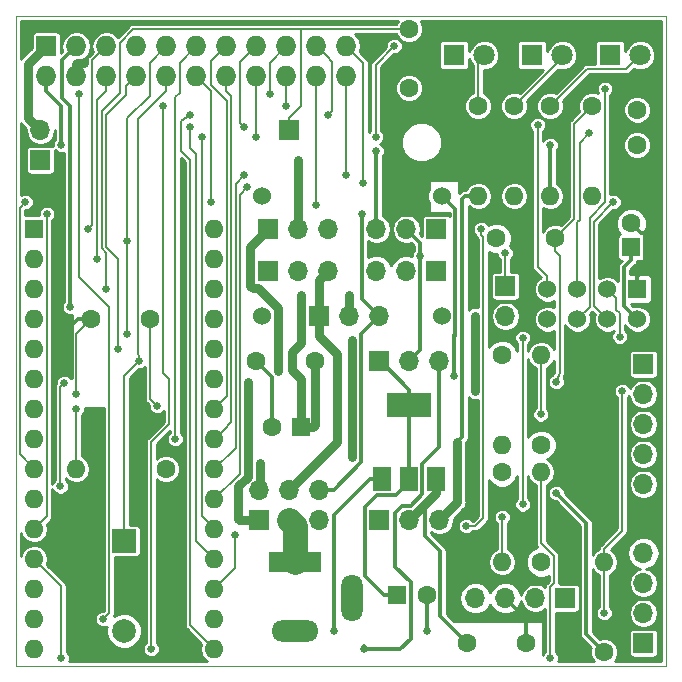
<source format=gbr>
%TF.GenerationSoftware,KiCad,Pcbnew,5.0.2-bee76a0~70~ubuntu18.04.1*%
%TF.CreationDate,2019-02-16T11:31:49+01:00*%
%TF.ProjectId,GP-Pcb-Nano,47502d50-6362-42d4-9e61-6e6f2e6b6963,2.0*%
%TF.SameCoordinates,Original*%
%TF.FileFunction,Copper,L1,Top*%
%TF.FilePolarity,Positive*%
%FSLAX46Y46*%
G04 Gerber Fmt 4.6, Leading zero omitted, Abs format (unit mm)*
G04 Created by KiCad (PCBNEW 5.0.2-bee76a0~70~ubuntu18.04.1) date sab 16 feb 2019 11:31:49 CET*
%MOMM*%
%LPD*%
G01*
G04 APERTURE LIST*
%ADD10C,0.010000*%
%ADD11R,1.700000X1.700000*%
%ADD12C,1.600000*%
%ADD13R,1.600000X1.600000*%
%ADD14O,1.600000X1.600000*%
%ADD15R,2.000000X2.000000*%
%ADD16C,2.000000*%
%ADD17O,1.800000X4.000000*%
%ADD18O,4.000000X1.800000*%
%ADD19R,4.400000X1.800000*%
%ADD20O,1.700000X1.700000*%
%ADD21R,1.800000X1.800000*%
%ADD22C,1.800000*%
%ADD23C,1.524000*%
%ADD24R,3.800000X2.000000*%
%ADD25R,1.500000X2.000000*%
%ADD26R,1.524000X1.524000*%
%ADD27O,1.727200X1.727200*%
%ADD28R,1.727200X1.727200*%
%ADD29C,0.650000*%
%ADD30C,0.160000*%
%ADD31C,0.800000*%
%ADD32C,0.300000*%
%ADD33C,2.100000*%
%ADD34C,0.254000*%
G04 APERTURE END LIST*
D10*
X86360000Y-62484000D02*
X86360000Y-117484000D01*
X141360000Y-117484000D02*
X86360000Y-117484000D01*
X141360000Y-62484000D02*
X141360000Y-117484000D01*
X86360000Y-62484000D02*
X141360000Y-62484000D01*
D11*
X109474000Y-72136000D03*
D12*
X129540000Y-115570000D03*
X124540000Y-115570000D03*
D13*
X118618000Y-111506000D03*
D12*
X121118000Y-111506000D03*
X92710000Y-88138000D03*
X97710000Y-88138000D03*
X99060000Y-100838000D03*
D14*
X91440000Y-100838000D03*
D15*
X95504000Y-106934000D03*
D16*
X95504000Y-114534000D03*
D13*
X138430000Y-82042000D03*
D12*
X138430000Y-80042000D03*
X107990000Y-97282000D03*
D13*
X110490000Y-97282000D03*
D12*
X111680000Y-91694000D03*
X106680000Y-91694000D03*
X132000000Y-81280000D03*
X127000000Y-81280000D03*
X119634000Y-68580000D03*
X119634000Y-63580000D03*
D17*
X114782000Y-111712000D03*
D18*
X109982000Y-114512000D03*
D19*
X109982000Y-108712000D03*
D20*
X127762000Y-87884000D03*
D11*
X127762000Y-85344000D03*
X88392000Y-74676000D03*
D20*
X88392000Y-72136000D03*
D11*
X121920000Y-84074000D03*
D20*
X119380000Y-84074000D03*
X116840000Y-84074000D03*
X112776000Y-84074000D03*
X110236000Y-84074000D03*
D11*
X107696000Y-84074000D03*
X107696000Y-80518000D03*
D20*
X110236000Y-80518000D03*
X112776000Y-80518000D03*
X116840000Y-80518000D03*
X119380000Y-80518000D03*
D11*
X121920000Y-80518000D03*
X112014000Y-87884000D03*
D20*
X114554000Y-87884000D03*
X117094000Y-87884000D03*
X122174000Y-91694000D03*
X119634000Y-91694000D03*
D11*
X117094000Y-91694000D03*
X117094000Y-105156000D03*
D20*
X119634000Y-105156000D03*
X122174000Y-105156000D03*
X139446000Y-107950000D03*
X139446000Y-110490000D03*
X139446000Y-113030000D03*
D11*
X139446000Y-115570000D03*
X132842000Y-111760000D03*
D20*
X130302000Y-111760000D03*
X127762000Y-111760000D03*
X125222000Y-111760000D03*
D11*
X139446000Y-91948000D03*
D20*
X139446000Y-94488000D03*
X139446000Y-97028000D03*
X139446000Y-99568000D03*
X139446000Y-102108000D03*
D11*
X106934000Y-105156000D03*
D20*
X106934000Y-102616000D03*
X109474000Y-105156000D03*
X109474000Y-102616000D03*
X112014000Y-105156000D03*
X112014000Y-102616000D03*
D21*
X123444000Y-65786000D03*
D22*
X125984000Y-65786000D03*
X132588000Y-65786000D03*
D21*
X130048000Y-65786000D03*
X136652000Y-65786000D03*
D22*
X139192000Y-65786000D03*
D23*
X107188000Y-77724000D03*
X107188000Y-87884000D03*
X122428000Y-87884000D03*
X122428000Y-77724000D03*
D12*
X138938000Y-73406000D03*
X138938000Y-70406000D03*
D24*
X119634000Y-95402000D03*
D25*
X119634000Y-101702000D03*
X121934000Y-101702000D03*
X117334000Y-101702000D03*
D26*
X138938000Y-85598000D03*
D23*
X138938000Y-88138000D03*
X136398000Y-85598000D03*
X136398000Y-88138000D03*
X133858000Y-85598000D03*
X133858000Y-88138000D03*
X131318000Y-85598000D03*
X131318000Y-88138000D03*
D12*
X136144000Y-116332000D03*
D14*
X136144000Y-108712000D03*
X130810000Y-91186000D03*
D12*
X130810000Y-98806000D03*
X131572000Y-70104000D03*
D14*
X131572000Y-77724000D03*
X128524000Y-77724000D03*
D12*
X128524000Y-70104000D03*
X125476000Y-70104000D03*
D14*
X125476000Y-77724000D03*
X127508000Y-108712000D03*
D12*
X127508000Y-101092000D03*
X127508000Y-91186000D03*
D14*
X127508000Y-98806000D03*
X130810000Y-101092000D03*
D12*
X130810000Y-108712000D03*
X135128000Y-70104000D03*
D14*
X135128000Y-77724000D03*
D27*
X111760000Y-67564000D03*
X111760000Y-65024000D03*
X109220000Y-67564000D03*
X109220000Y-65024000D03*
X106680000Y-67564000D03*
X106680000Y-65024000D03*
X104140000Y-67564000D03*
X104140000Y-65024000D03*
X101600000Y-67564000D03*
X101600000Y-65024000D03*
X99060000Y-67564000D03*
X99060000Y-65024000D03*
D28*
X88900000Y-65024000D03*
D27*
X88900000Y-67564000D03*
X91440000Y-65024000D03*
X91440000Y-67564000D03*
X93980000Y-65024000D03*
X93980000Y-67564000D03*
X96520000Y-65024000D03*
X96520000Y-67564000D03*
X114300000Y-65024000D03*
X114300000Y-67564000D03*
D13*
X87884000Y-80518000D03*
D14*
X103124000Y-113538000D03*
X87884000Y-83058000D03*
X103124000Y-110998000D03*
X87884000Y-85598000D03*
X103124000Y-108458000D03*
X87884000Y-88138000D03*
X103124000Y-105918000D03*
X87884000Y-90678000D03*
X103124000Y-103378000D03*
X87884000Y-93218000D03*
X103124000Y-100838000D03*
X87884000Y-95758000D03*
X103124000Y-98298000D03*
X87884000Y-98298000D03*
X103124000Y-95758000D03*
X87884000Y-100838000D03*
X103124000Y-93218000D03*
X87884000Y-103378000D03*
X103124000Y-90678000D03*
X87884000Y-105918000D03*
X103124000Y-88138000D03*
X87884000Y-108458000D03*
X103124000Y-85598000D03*
X87884000Y-110998000D03*
X103124000Y-83058000D03*
X87884000Y-113538000D03*
X103124000Y-80518000D03*
X87884000Y-116078000D03*
X103124000Y-116078000D03*
D29*
X111760000Y-78486000D03*
X88964001Y-79248000D03*
X136906000Y-78232000D03*
X112776000Y-70866000D03*
X101092000Y-70866000D03*
X134874000Y-72390000D03*
X109220000Y-70104000D03*
X98806000Y-70104000D03*
X97790000Y-116078000D03*
X130491999Y-71692001D03*
X107823601Y-69088000D03*
X91694000Y-69088000D03*
X136208001Y-68644001D03*
X93726000Y-113538000D03*
X102043999Y-72708001D03*
X106615999Y-72708001D03*
X118364000Y-65024000D03*
X116775999Y-72708001D03*
X101092000Y-71882000D03*
X105664000Y-71882000D03*
X87122000Y-78232000D03*
X102870000Y-78232000D03*
X99822000Y-98298000D03*
X130745999Y-96201999D03*
X96774000Y-91694000D03*
X95758000Y-89408000D03*
X95758000Y-81534000D03*
X127762000Y-82550000D03*
X90170000Y-73406000D03*
X116840000Y-73914000D03*
X120580001Y-82804000D03*
X90932000Y-87122000D03*
X98298000Y-95504000D03*
X91440000Y-95758000D03*
X131572000Y-73406000D03*
X123698000Y-98552000D03*
X113538000Y-98552000D03*
X132080000Y-102870000D03*
X123698000Y-102870000D03*
X132080000Y-94996000D03*
X91440000Y-94488000D03*
X99568000Y-109474000D03*
X99568000Y-111506000D03*
X99568000Y-113792000D03*
X99568000Y-108204000D03*
X99568000Y-110490000D03*
X99568000Y-112776000D03*
X135636000Y-97790000D03*
X136652000Y-97536000D03*
X125222000Y-97282000D03*
X125222000Y-98552000D03*
X123444000Y-92964000D03*
X125222000Y-102108000D03*
X125222000Y-101346000D03*
X88392000Y-76708000D03*
X89916000Y-85090000D03*
X100330000Y-99568000D03*
X89916000Y-81788000D03*
X113284000Y-114554000D03*
X121158000Y-114554000D03*
X92456000Y-80518000D03*
X93218000Y-83058000D03*
X94996000Y-90678000D03*
X105918000Y-76962000D03*
X115753001Y-76637001D03*
X105664000Y-75946000D03*
X114300000Y-75946000D03*
X90424000Y-93538000D03*
X90099001Y-102291001D03*
X132080000Y-93472000D03*
X90170000Y-116840000D03*
X131572000Y-116840000D03*
X127508000Y-104902000D03*
X136144000Y-113030000D03*
X137668000Y-94234000D03*
X129225990Y-103825990D03*
X129225990Y-89722010D03*
X137440001Y-89635999D03*
X115824000Y-116078000D03*
X125730000Y-80518000D03*
X124460000Y-105664000D03*
X104902000Y-106426000D03*
X115639999Y-79248000D03*
X114808000Y-89916000D03*
X114808000Y-99822000D03*
X106964051Y-100330000D03*
X125222000Y-87884000D03*
X125222000Y-94234000D03*
X111680000Y-94154000D03*
X110490000Y-86106000D03*
X114554000Y-86106000D03*
X110236000Y-74676000D03*
X105964041Y-93472000D03*
X108550001Y-92456000D03*
X93980000Y-85598000D03*
D30*
X111760000Y-67564000D02*
X111760000Y-78486000D01*
X88964001Y-104837999D02*
X88964001Y-79248000D01*
X87884000Y-105918000D02*
X88964001Y-104837999D01*
X88964001Y-79248000D02*
X88964001Y-79058001D01*
X135260011Y-87000011D02*
X135260011Y-79877989D01*
X136398000Y-88138000D02*
X135260011Y-87000011D01*
X135260011Y-79877989D02*
X136906000Y-78232000D01*
X103124000Y-116078000D02*
X101092000Y-114046000D01*
X101092000Y-114046000D02*
X101092000Y-74676000D01*
X101092000Y-74676000D02*
X100330000Y-73914000D01*
X113100999Y-66364999D02*
X112623599Y-65887599D01*
X113100999Y-70541001D02*
X113100999Y-66364999D01*
X112623599Y-65887599D02*
X111760000Y-65024000D01*
X112776000Y-70866000D02*
X113100999Y-70541001D01*
X100330000Y-73914000D02*
X100330000Y-71374000D01*
X100330000Y-71374000D02*
X101092000Y-70866000D01*
X100838000Y-70866000D02*
X101092000Y-70866000D01*
X134047999Y-79741132D02*
X134047999Y-73216001D01*
X133858000Y-85598000D02*
X133858000Y-79931131D01*
X133858000Y-79931131D02*
X134047999Y-79741132D01*
X134047999Y-73216001D02*
X134874000Y-72390000D01*
X109220000Y-67564000D02*
X109220000Y-70104000D01*
X97979999Y-115888001D02*
X97790000Y-116078000D01*
X97790000Y-98552000D02*
X97790000Y-116078000D01*
X99314000Y-97028000D02*
X97790000Y-98552000D01*
X99314000Y-93218000D02*
X99314000Y-97028000D01*
X98806000Y-70104000D02*
X98806000Y-92710000D01*
X98806000Y-92710000D02*
X99314000Y-93218000D01*
X130491999Y-83694369D02*
X130491999Y-71692001D01*
X131318000Y-85598000D02*
X131318000Y-84520370D01*
X131318000Y-84520370D02*
X130491999Y-83694369D01*
X107823601Y-66420399D02*
X107823601Y-69088000D01*
X109220000Y-65024000D02*
X107823601Y-66420399D01*
X107823601Y-69088000D02*
X107823601Y-69214399D01*
X94223999Y-87111999D02*
X91694000Y-84582000D01*
X94223999Y-113040001D02*
X94223999Y-87111999D01*
X91694000Y-84582000D02*
X91694000Y-69088000D01*
X136208001Y-78242401D02*
X136208001Y-68644001D01*
X134900001Y-79550401D02*
X136208001Y-78242401D01*
X133858000Y-88138000D02*
X134900001Y-87095999D01*
X134900001Y-87095999D02*
X134900001Y-79550401D01*
X94223999Y-113040001D02*
X93726000Y-113538000D01*
X102043999Y-104837999D02*
X102043999Y-72708001D01*
X103124000Y-105918000D02*
X102043999Y-104837999D01*
X106680000Y-72644000D02*
X106615999Y-72708001D01*
X106680000Y-67564000D02*
X106680000Y-72644000D01*
X116775999Y-66612001D02*
X118364000Y-65024000D01*
X116775999Y-72708001D02*
X116775999Y-66612001D01*
X103124000Y-108458000D02*
X101600000Y-106934000D01*
X101600000Y-106934000D02*
X101600000Y-74168000D01*
X101600000Y-74168000D02*
X101092000Y-73660000D01*
X101092000Y-73660000D02*
X101092000Y-71882000D01*
X105816401Y-65887599D02*
X106680000Y-65024000D01*
X105339001Y-71557001D02*
X105339001Y-66364999D01*
X105339001Y-66364999D02*
X105816401Y-65887599D01*
X105664000Y-71882000D02*
X105339001Y-71557001D01*
X103923999Y-97498001D02*
X103124000Y-98298000D01*
X104564011Y-96857989D02*
X103923999Y-97498001D01*
X104564011Y-69209325D02*
X104564011Y-96857989D01*
X104140000Y-68785314D02*
X104564011Y-69209325D01*
X104140000Y-67564000D02*
X104140000Y-68785314D01*
X104204001Y-94677999D02*
X103124000Y-95758000D01*
X102870000Y-66294000D02*
X102870000Y-68324870D01*
X104204001Y-69658871D02*
X104204001Y-94677999D01*
X102870000Y-68324870D02*
X104204001Y-69658871D01*
X104140000Y-65024000D02*
X102870000Y-66294000D01*
X86645010Y-99599010D02*
X86645010Y-78708990D01*
X87884000Y-100838000D02*
X86645010Y-99599010D01*
X86645010Y-78708990D02*
X87122000Y-78232000D01*
X102870000Y-68834000D02*
X101600000Y-67564000D01*
X102870000Y-78232000D02*
X102870000Y-68834000D01*
X100203601Y-66420399D02*
X100203601Y-68960399D01*
X101600000Y-65024000D02*
X100203601Y-66420399D01*
X100203601Y-68960399D02*
X99822000Y-69342000D01*
X99822000Y-69342000D02*
X99822000Y-98298000D01*
X130810000Y-96137998D02*
X130745999Y-96201999D01*
X130810000Y-91186000D02*
X130810000Y-96137998D01*
X96629999Y-91090380D02*
X96774000Y-91234381D01*
X96774000Y-91234381D02*
X96774000Y-91694000D01*
X96629999Y-71215315D02*
X96629999Y-91090380D01*
X99060000Y-68785314D02*
X96629999Y-71215315D01*
X99060000Y-67564000D02*
X99060000Y-68785314D01*
X95504000Y-92964000D02*
X96774000Y-91694000D01*
X95504000Y-106934000D02*
X95504000Y-92964000D01*
X95504000Y-89408000D02*
X95758000Y-89408000D01*
X95758000Y-89408000D02*
X95758000Y-81534000D01*
X97663601Y-66420399D02*
X97663601Y-69214399D01*
X99060000Y-65024000D02*
X97663601Y-66420399D01*
X97663601Y-69214399D02*
X95758000Y-71120000D01*
X95758000Y-81534000D02*
X95758000Y-71120000D01*
X127762000Y-85344000D02*
X127762000Y-82550000D01*
D31*
X87542001Y-71286001D02*
X88392000Y-72136000D01*
X87376000Y-71120000D02*
X87542001Y-71286001D01*
X87376000Y-66548000D02*
X87376000Y-71120000D01*
X88900000Y-65024000D02*
X87376000Y-66548000D01*
D32*
X120229999Y-81367999D02*
X119380000Y-80518000D01*
X120580001Y-81718001D02*
X120229999Y-81367999D01*
X120580001Y-90747999D02*
X120580001Y-82804000D01*
X119634000Y-91694000D02*
X120580001Y-90747999D01*
X88900000Y-68785314D02*
X90170000Y-70055314D01*
X88900000Y-67564000D02*
X88900000Y-68785314D01*
X90170000Y-70055314D02*
X90170000Y-73406000D01*
X116840000Y-73914000D02*
X116840000Y-80518000D01*
X137825999Y-87025999D02*
X138938000Y-88138000D01*
X138430000Y-83142000D02*
X137825999Y-83746001D01*
X137825999Y-83746001D02*
X137825999Y-87025999D01*
X138430000Y-82042000D02*
X138430000Y-83142000D01*
X120580001Y-82804000D02*
X120580001Y-81718001D01*
X91440000Y-65024000D02*
X90226399Y-66237601D01*
X90226399Y-69404593D02*
X90932000Y-70110194D01*
X90226399Y-66237601D02*
X90226399Y-69404593D01*
X90932000Y-70110194D02*
X90932000Y-87122000D01*
D30*
X97710000Y-88138000D02*
X97710000Y-94916000D01*
X97710000Y-94916000D02*
X98298000Y-95504000D01*
X91440000Y-100838000D02*
X91440000Y-95758000D01*
D32*
X131572000Y-77724000D02*
X131572000Y-73406000D01*
D31*
X112014000Y-84836000D02*
X112776000Y-84074000D01*
X112014000Y-87884000D02*
X112014000Y-84836000D01*
X109474000Y-102616000D02*
X113538000Y-98552000D01*
X122174000Y-105156000D02*
X123698000Y-103632000D01*
X123698000Y-103632000D02*
X123698000Y-102870000D01*
X112014000Y-89534000D02*
X113538000Y-91058000D01*
X113538000Y-91058000D02*
X113538000Y-98552000D01*
X112014000Y-87884000D02*
X112014000Y-89534000D01*
D32*
X124344630Y-77724000D02*
X125476000Y-77724000D01*
X124119001Y-77949629D02*
X124344630Y-77724000D01*
X124119001Y-98130999D02*
X124119001Y-77949629D01*
X123698000Y-98552000D02*
X124119001Y-98130999D01*
X136144000Y-116332000D02*
X134620000Y-114808000D01*
X134620000Y-114808000D02*
X134620000Y-105410000D01*
X134620000Y-105410000D02*
X132080000Y-102870000D01*
D31*
X123698000Y-102870000D02*
X123698000Y-98552000D01*
D30*
X91440000Y-89408000D02*
X92710000Y-88138000D01*
X91440000Y-94488000D02*
X91440000Y-89408000D01*
D32*
X138938000Y-84536000D02*
X138938000Y-85598000D01*
X139580001Y-83893999D02*
X138938000Y-84536000D01*
X139580001Y-80961999D02*
X139580001Y-83893999D01*
X139460001Y-80841999D02*
X139580001Y-80961999D01*
X139229999Y-80841999D02*
X139460001Y-80841999D01*
X138430000Y-80042000D02*
X139229999Y-80841999D01*
X123540001Y-78836001D02*
X123540001Y-89408000D01*
X122428000Y-77724000D02*
X123540001Y-78836001D01*
X123540001Y-89408000D02*
X123540001Y-89565999D01*
X107990000Y-93004000D02*
X106680000Y-91694000D01*
X107990000Y-97282000D02*
X107990000Y-93004000D01*
X123444000Y-89504001D02*
X123540001Y-89408000D01*
X123444000Y-92964000D02*
X123444000Y-89504001D01*
D31*
X91440000Y-66548000D02*
X91500399Y-66487601D01*
X91440000Y-67564000D02*
X91440000Y-66548000D01*
X91500399Y-66487601D02*
X92100989Y-66487601D01*
D32*
X91578630Y-88138000D02*
X91070630Y-88646000D01*
X92710000Y-88138000D02*
X91578630Y-88138000D01*
X91070630Y-88646000D02*
X90170000Y-88646000D01*
X116284000Y-101702000D02*
X113284000Y-104702000D01*
X117334000Y-101702000D02*
X116284000Y-101702000D01*
X113284000Y-104702000D02*
X113284000Y-114554000D01*
X121118000Y-114514000D02*
X121158000Y-114554000D01*
X121118000Y-111506000D02*
X121118000Y-114514000D01*
X129540000Y-113538000D02*
X127762000Y-111760000D01*
X129540000Y-115570000D02*
X129540000Y-113538000D01*
D30*
X93116401Y-65887599D02*
X93980000Y-65024000D01*
X92780999Y-66223001D02*
X93116401Y-65887599D01*
X92780999Y-80193001D02*
X92780999Y-66223001D01*
X92456000Y-80518000D02*
X92780999Y-80193001D01*
X93980000Y-68785314D02*
X93218000Y-69547314D01*
X93980000Y-67564000D02*
X93980000Y-68785314D01*
X93218000Y-69547314D02*
X93218000Y-83058000D01*
X95656401Y-69189599D02*
X93980000Y-70866000D01*
X96520000Y-67564000D02*
X95656401Y-68427599D01*
X95656401Y-68427599D02*
X95656401Y-69189599D01*
X93980000Y-82040869D02*
X94996000Y-83056869D01*
X93980000Y-70866000D02*
X93980000Y-82040869D01*
X94996000Y-83056869D02*
X94996000Y-90678000D01*
X105284031Y-101217969D02*
X105284031Y-77595969D01*
X103124000Y-103378000D02*
X105284031Y-101217969D01*
X105284031Y-77595969D02*
X105918000Y-76962000D01*
X115753001Y-66477001D02*
X114300000Y-65024000D01*
X115753001Y-76637001D02*
X115753001Y-66477001D01*
X103124000Y-100838000D02*
X104924021Y-99037979D01*
X104924021Y-99037979D02*
X104924021Y-76685979D01*
X104924021Y-76685979D02*
X105664000Y-75946000D01*
X114300000Y-75946000D02*
X114300000Y-67564000D01*
X90099001Y-93862999D02*
X90099001Y-102291001D01*
X90424000Y-93538000D02*
X90099001Y-93862999D01*
X133604000Y-71628000D02*
X135128000Y-70104000D01*
X133604000Y-79676000D02*
X133604000Y-71628000D01*
X132000000Y-81280000D02*
X133604000Y-79676000D01*
X132000000Y-82411370D02*
X132000000Y-81280000D01*
X132360001Y-82771371D02*
X132000000Y-82411370D01*
X132360001Y-92683999D02*
X132360001Y-82771371D01*
X132360001Y-92683999D02*
X132080000Y-93472000D01*
X87884000Y-108458000D02*
X90170000Y-110744000D01*
X90170000Y-110744000D02*
X90170000Y-116840000D01*
X131890001Y-110507997D02*
X131572000Y-110825998D01*
X131890001Y-108193599D02*
X131890001Y-110507997D01*
X130810000Y-101092000D02*
X130810000Y-107113598D01*
X130810000Y-107113598D02*
X131890001Y-108193599D01*
X131572000Y-110825998D02*
X131572000Y-116840000D01*
X127508000Y-108712000D02*
X127508000Y-104902000D01*
X125476000Y-66294000D02*
X125984000Y-65786000D01*
X125476000Y-70104000D02*
X125476000Y-66294000D01*
X132588000Y-66040000D02*
X132588000Y-65786000D01*
X128524000Y-70104000D02*
X132588000Y-66040000D01*
X138011999Y-66966001D02*
X139192000Y-65786000D01*
X134709999Y-66966001D02*
X138011999Y-66966001D01*
X131572000Y-70104000D02*
X134709999Y-66966001D01*
X136144000Y-108712000D02*
X136144000Y-113030000D01*
X136144000Y-107580630D02*
X137668000Y-106056630D01*
X136144000Y-108712000D02*
X136144000Y-107580630D01*
X137668000Y-106056630D02*
X137668000Y-94234000D01*
X129225990Y-103825990D02*
X129225990Y-89722010D01*
X137440001Y-87637839D02*
X137440001Y-89635999D01*
X137159999Y-87357837D02*
X137440001Y-87637839D01*
X136398000Y-85598000D02*
X137159999Y-86359999D01*
X137159999Y-86359999D02*
X137159999Y-87357837D01*
D32*
X115824000Y-115824000D02*
X115824000Y-116078000D01*
X118433999Y-109091997D02*
X119768001Y-110425999D01*
X118433999Y-104578001D02*
X118433999Y-109091997D01*
X122174000Y-98982000D02*
X120734001Y-100421999D01*
X120734001Y-100421999D02*
X120734001Y-102982001D01*
X119768001Y-110425999D02*
X119768001Y-115181999D01*
X120734001Y-102982001D02*
X119760003Y-103955999D01*
X119760003Y-103955999D02*
X119056001Y-103955999D01*
X119056001Y-103955999D02*
X118433999Y-104578001D01*
X122174000Y-91694000D02*
X122174000Y-98982000D01*
X119768001Y-115181999D02*
X118872000Y-116078000D01*
X118872000Y-116078000D02*
X115824000Y-116078000D01*
D30*
X125902010Y-81149629D02*
X125902010Y-104983990D01*
X125730000Y-80518000D02*
X125730000Y-80977619D01*
X125730000Y-80977619D02*
X125902010Y-81149629D01*
X125902010Y-104983990D02*
X125222000Y-105664000D01*
X125222000Y-105664000D02*
X124460000Y-105664000D01*
X103124000Y-110998000D02*
X104902000Y-109220000D01*
X104902000Y-109220000D02*
X104902000Y-106426000D01*
D32*
X115639999Y-86429999D02*
X115639999Y-79248000D01*
X117094000Y-87884000D02*
X115639999Y-86429999D01*
X115639999Y-79248000D02*
X115639999Y-79178001D01*
X115558010Y-100274071D02*
X113216081Y-102616000D01*
X113216081Y-102616000D02*
X112014000Y-102616000D01*
X115558010Y-89419990D02*
X115558010Y-100274071D01*
X117094000Y-87884000D02*
X115558010Y-89419990D01*
D31*
X106934000Y-101943906D02*
X106964051Y-101913855D01*
X106934000Y-102616000D02*
X106934000Y-101943906D01*
X106964051Y-101913855D02*
X106964051Y-100330000D01*
X114808000Y-89916000D02*
X114808000Y-99822000D01*
X125222000Y-94234000D02*
X125222000Y-87884000D01*
X111680000Y-91694000D02*
X111680000Y-94154000D01*
X114554000Y-87884000D02*
X114554000Y-86106000D01*
X114554000Y-86681919D02*
X114554000Y-86106000D01*
X110490000Y-97282000D02*
X110490000Y-93218000D01*
X110490000Y-93218000D02*
X109728000Y-92456000D01*
X109728000Y-90932000D02*
X110490000Y-90170000D01*
X109728000Y-92456000D02*
X109728000Y-90932000D01*
X110490000Y-90170000D02*
X110490000Y-86106000D01*
X111680000Y-94154000D02*
X111680000Y-97108000D01*
X111506000Y-97282000D02*
X110490000Y-97282000D01*
X111680000Y-97108000D02*
X111506000Y-97282000D01*
X110236000Y-80518000D02*
X110236000Y-74676000D01*
X105156000Y-102307678D02*
X105964041Y-101499638D01*
X105156000Y-105028000D02*
X105156000Y-102307678D01*
X106934000Y-105156000D02*
X105284000Y-105156000D01*
X105284000Y-105156000D02*
X105156000Y-105028000D01*
X105964041Y-101499638D02*
X105964041Y-93472000D01*
X106365999Y-85524001D02*
X106843763Y-85524001D01*
X106172000Y-85330002D02*
X106365999Y-85524001D01*
X107696000Y-80518000D02*
X106172000Y-82042000D01*
X106172000Y-82042000D02*
X106172000Y-85330002D01*
X106843763Y-85524001D02*
X108550001Y-87230239D01*
X108550001Y-87230239D02*
X108550001Y-92456000D01*
X108550001Y-92456000D02*
X108550001Y-92503327D01*
D33*
X109982000Y-105664000D02*
X109474000Y-105156000D01*
X109982000Y-108712000D02*
X109982000Y-105664000D01*
D32*
X118734000Y-95402000D02*
X119634000Y-95402000D01*
X119634000Y-101952000D02*
X119634000Y-101702000D01*
X118533999Y-103052001D02*
X119634000Y-101952000D01*
X116867997Y-103052001D02*
X118533999Y-103052001D01*
X115893999Y-104025999D02*
X116867997Y-103052001D01*
X115893999Y-109881999D02*
X115893999Y-104025999D01*
X117518000Y-111506000D02*
X115893999Y-109881999D01*
X118618000Y-111506000D02*
X117518000Y-111506000D01*
X119634000Y-101702000D02*
X119634000Y-95402000D01*
X117226000Y-91694000D02*
X117094000Y-91694000D01*
X119634000Y-94102000D02*
X117226000Y-91694000D01*
X119634000Y-95402000D02*
X119634000Y-94102000D01*
X122268001Y-113298001D02*
X122268001Y-107790001D01*
X124540000Y-115570000D02*
X122268001Y-113298001D01*
D31*
X121934000Y-102856000D02*
X121934000Y-101702000D01*
D32*
X120973999Y-103816001D02*
X121158000Y-103632000D01*
X120973999Y-106495999D02*
X120973999Y-103816001D01*
X122268001Y-107790001D02*
X120973999Y-106495999D01*
D31*
X119634000Y-105156000D02*
X121158000Y-103632000D01*
X121158000Y-103632000D02*
X121934000Y-102856000D01*
D30*
X93980000Y-85598000D02*
X93980000Y-82550000D01*
X93980000Y-82550000D02*
X93578010Y-82148010D01*
X95123601Y-68960399D02*
X95123601Y-64727869D01*
X93578010Y-70505990D02*
X95123601Y-68960399D01*
X93578010Y-82148010D02*
X93578010Y-70505990D01*
X95123601Y-64727869D02*
X96271470Y-63580000D01*
X110490000Y-70110000D02*
X110490000Y-63580000D01*
X109474000Y-71126000D02*
X110490000Y-70110000D01*
X109474000Y-72136000D02*
X109474000Y-71126000D01*
X96271470Y-63580000D02*
X110490000Y-63580000D01*
X110490000Y-63580000D02*
X119634000Y-63580000D01*
D34*
G36*
X100635001Y-74865297D02*
X100635000Y-114000992D01*
X100626047Y-114046000D01*
X100635000Y-114091008D01*
X100661516Y-114224311D01*
X100762521Y-114375479D01*
X100800685Y-114400979D01*
X102016562Y-115616856D01*
X102015291Y-115618758D01*
X101923942Y-116078000D01*
X102015291Y-116537242D01*
X102275431Y-116926569D01*
X102537982Y-117102000D01*
X90821315Y-117102000D01*
X90872000Y-116979636D01*
X90872000Y-116700364D01*
X90765127Y-116442349D01*
X90627000Y-116304222D01*
X90627000Y-110789007D01*
X90635953Y-110743999D01*
X90627000Y-110698991D01*
X90600484Y-110565688D01*
X90499479Y-110414521D01*
X90461319Y-110389024D01*
X88991438Y-108919144D01*
X88992709Y-108917242D01*
X89084058Y-108458000D01*
X88992709Y-107998758D01*
X88732569Y-107609431D01*
X88343242Y-107349291D01*
X87999920Y-107281000D01*
X87768080Y-107281000D01*
X87424758Y-107349291D01*
X87035431Y-107609431D01*
X86775291Y-107998758D01*
X86742000Y-108166123D01*
X86742000Y-106209877D01*
X86775291Y-106377242D01*
X87035431Y-106766569D01*
X87424758Y-107026709D01*
X87768080Y-107095000D01*
X87999920Y-107095000D01*
X88343242Y-107026709D01*
X88732569Y-106766569D01*
X88992709Y-106377242D01*
X89084058Y-105918000D01*
X88992709Y-105458758D01*
X88991438Y-105456856D01*
X89255319Y-105192976D01*
X89293480Y-105167478D01*
X89394485Y-105016311D01*
X89421001Y-104883008D01*
X89421001Y-104883007D01*
X89429954Y-104838000D01*
X89421001Y-104792992D01*
X89421001Y-102488578D01*
X89503874Y-102688652D01*
X89701350Y-102886128D01*
X89959365Y-102993001D01*
X90238637Y-102993001D01*
X90496652Y-102886128D01*
X90694128Y-102688652D01*
X90801001Y-102430637D01*
X90801001Y-102151365D01*
X90694128Y-101893350D01*
X90556001Y-101755223D01*
X90556001Y-101633544D01*
X90591431Y-101686569D01*
X90980758Y-101946709D01*
X91324080Y-102015000D01*
X91555920Y-102015000D01*
X91899242Y-101946709D01*
X92288569Y-101686569D01*
X92548709Y-101297242D01*
X92640058Y-100838000D01*
X92548709Y-100378758D01*
X92288569Y-99989431D01*
X91899242Y-99729291D01*
X91897000Y-99728845D01*
X91897000Y-96293778D01*
X92035127Y-96155651D01*
X92142000Y-95897636D01*
X92142000Y-95631000D01*
X93767000Y-95631000D01*
X93766999Y-112836000D01*
X93586364Y-112836000D01*
X93328349Y-112942873D01*
X93130873Y-113140349D01*
X93024000Y-113398364D01*
X93024000Y-113677636D01*
X93130873Y-113935651D01*
X93328349Y-114133127D01*
X93586364Y-114240000D01*
X93865636Y-114240000D01*
X94020019Y-114176053D01*
X93996000Y-114234040D01*
X93996000Y-114833960D01*
X94225580Y-115388213D01*
X94649787Y-115812420D01*
X95204040Y-116042000D01*
X95803960Y-116042000D01*
X96358213Y-115812420D01*
X96782420Y-115388213D01*
X97012000Y-114833960D01*
X97012000Y-114234040D01*
X96782420Y-113679787D01*
X96358213Y-113255580D01*
X95803960Y-113026000D01*
X95204040Y-113026000D01*
X94649787Y-113255580D01*
X94588899Y-113316468D01*
X94654483Y-113218313D01*
X94680999Y-113085010D01*
X94680999Y-113085009D01*
X94689952Y-113040001D01*
X94680999Y-112994993D01*
X94680999Y-108318385D01*
X96504000Y-108318385D01*
X96651098Y-108289125D01*
X96775801Y-108205801D01*
X96859125Y-108081098D01*
X96888385Y-107934000D01*
X96888385Y-105934000D01*
X96859125Y-105786902D01*
X96775801Y-105662199D01*
X96651098Y-105578875D01*
X96504000Y-105549615D01*
X95961000Y-105549615D01*
X95961000Y-93153294D01*
X96718295Y-92396000D01*
X96913636Y-92396000D01*
X97171651Y-92289127D01*
X97253001Y-92207777D01*
X97253001Y-94870987D01*
X97244047Y-94916000D01*
X97271896Y-95056000D01*
X97279517Y-95094312D01*
X97380522Y-95245479D01*
X97418682Y-95270977D01*
X97596000Y-95448295D01*
X97596000Y-95643636D01*
X97702873Y-95901651D01*
X97900349Y-96099127D01*
X98158364Y-96206000D01*
X98437636Y-96206000D01*
X98695651Y-96099127D01*
X98857001Y-95937777D01*
X98857001Y-96838704D01*
X97498685Y-98197021D01*
X97460521Y-98222521D01*
X97359516Y-98373689D01*
X97339103Y-98476312D01*
X97324047Y-98552000D01*
X97333000Y-98597008D01*
X97333001Y-115542221D01*
X97194873Y-115680349D01*
X97088000Y-115938364D01*
X97088000Y-116217636D01*
X97194873Y-116475651D01*
X97392349Y-116673127D01*
X97650364Y-116780000D01*
X97929636Y-116780000D01*
X98187651Y-116673127D01*
X98385127Y-116475651D01*
X98492000Y-116217636D01*
X98492000Y-115938364D01*
X98422680Y-115771010D01*
X98410482Y-115709689D01*
X98309477Y-115558523D01*
X98247000Y-115516778D01*
X98247000Y-101689530D01*
X98393283Y-101835813D01*
X98825880Y-102015000D01*
X99294120Y-102015000D01*
X99726717Y-101835813D01*
X100057813Y-101504717D01*
X100237000Y-101072120D01*
X100237000Y-100603880D01*
X100057813Y-100171283D01*
X99726717Y-99840187D01*
X99294120Y-99661000D01*
X98825880Y-99661000D01*
X98393283Y-99840187D01*
X98247000Y-99986470D01*
X98247000Y-98741294D01*
X99365001Y-97623294D01*
X99365001Y-97762221D01*
X99226873Y-97900349D01*
X99120000Y-98158364D01*
X99120000Y-98437636D01*
X99226873Y-98695651D01*
X99424349Y-98893127D01*
X99682364Y-99000000D01*
X99961636Y-99000000D01*
X100219651Y-98893127D01*
X100417127Y-98695651D01*
X100524000Y-98437636D01*
X100524000Y-98158364D01*
X100417127Y-97900349D01*
X100279000Y-97762222D01*
X100279000Y-74509295D01*
X100635001Y-74865297D01*
X100635001Y-74865297D01*
G37*
X100635001Y-74865297D02*
X100635000Y-114000992D01*
X100626047Y-114046000D01*
X100635000Y-114091008D01*
X100661516Y-114224311D01*
X100762521Y-114375479D01*
X100800685Y-114400979D01*
X102016562Y-115616856D01*
X102015291Y-115618758D01*
X101923942Y-116078000D01*
X102015291Y-116537242D01*
X102275431Y-116926569D01*
X102537982Y-117102000D01*
X90821315Y-117102000D01*
X90872000Y-116979636D01*
X90872000Y-116700364D01*
X90765127Y-116442349D01*
X90627000Y-116304222D01*
X90627000Y-110789007D01*
X90635953Y-110743999D01*
X90627000Y-110698991D01*
X90600484Y-110565688D01*
X90499479Y-110414521D01*
X90461319Y-110389024D01*
X88991438Y-108919144D01*
X88992709Y-108917242D01*
X89084058Y-108458000D01*
X88992709Y-107998758D01*
X88732569Y-107609431D01*
X88343242Y-107349291D01*
X87999920Y-107281000D01*
X87768080Y-107281000D01*
X87424758Y-107349291D01*
X87035431Y-107609431D01*
X86775291Y-107998758D01*
X86742000Y-108166123D01*
X86742000Y-106209877D01*
X86775291Y-106377242D01*
X87035431Y-106766569D01*
X87424758Y-107026709D01*
X87768080Y-107095000D01*
X87999920Y-107095000D01*
X88343242Y-107026709D01*
X88732569Y-106766569D01*
X88992709Y-106377242D01*
X89084058Y-105918000D01*
X88992709Y-105458758D01*
X88991438Y-105456856D01*
X89255319Y-105192976D01*
X89293480Y-105167478D01*
X89394485Y-105016311D01*
X89421001Y-104883008D01*
X89421001Y-104883007D01*
X89429954Y-104838000D01*
X89421001Y-104792992D01*
X89421001Y-102488578D01*
X89503874Y-102688652D01*
X89701350Y-102886128D01*
X89959365Y-102993001D01*
X90238637Y-102993001D01*
X90496652Y-102886128D01*
X90694128Y-102688652D01*
X90801001Y-102430637D01*
X90801001Y-102151365D01*
X90694128Y-101893350D01*
X90556001Y-101755223D01*
X90556001Y-101633544D01*
X90591431Y-101686569D01*
X90980758Y-101946709D01*
X91324080Y-102015000D01*
X91555920Y-102015000D01*
X91899242Y-101946709D01*
X92288569Y-101686569D01*
X92548709Y-101297242D01*
X92640058Y-100838000D01*
X92548709Y-100378758D01*
X92288569Y-99989431D01*
X91899242Y-99729291D01*
X91897000Y-99728845D01*
X91897000Y-96293778D01*
X92035127Y-96155651D01*
X92142000Y-95897636D01*
X92142000Y-95631000D01*
X93767000Y-95631000D01*
X93766999Y-112836000D01*
X93586364Y-112836000D01*
X93328349Y-112942873D01*
X93130873Y-113140349D01*
X93024000Y-113398364D01*
X93024000Y-113677636D01*
X93130873Y-113935651D01*
X93328349Y-114133127D01*
X93586364Y-114240000D01*
X93865636Y-114240000D01*
X94020019Y-114176053D01*
X93996000Y-114234040D01*
X93996000Y-114833960D01*
X94225580Y-115388213D01*
X94649787Y-115812420D01*
X95204040Y-116042000D01*
X95803960Y-116042000D01*
X96358213Y-115812420D01*
X96782420Y-115388213D01*
X97012000Y-114833960D01*
X97012000Y-114234040D01*
X96782420Y-113679787D01*
X96358213Y-113255580D01*
X95803960Y-113026000D01*
X95204040Y-113026000D01*
X94649787Y-113255580D01*
X94588899Y-113316468D01*
X94654483Y-113218313D01*
X94680999Y-113085010D01*
X94680999Y-113085009D01*
X94689952Y-113040001D01*
X94680999Y-112994993D01*
X94680999Y-108318385D01*
X96504000Y-108318385D01*
X96651098Y-108289125D01*
X96775801Y-108205801D01*
X96859125Y-108081098D01*
X96888385Y-107934000D01*
X96888385Y-105934000D01*
X96859125Y-105786902D01*
X96775801Y-105662199D01*
X96651098Y-105578875D01*
X96504000Y-105549615D01*
X95961000Y-105549615D01*
X95961000Y-93153294D01*
X96718295Y-92396000D01*
X96913636Y-92396000D01*
X97171651Y-92289127D01*
X97253001Y-92207777D01*
X97253001Y-94870987D01*
X97244047Y-94916000D01*
X97271896Y-95056000D01*
X97279517Y-95094312D01*
X97380522Y-95245479D01*
X97418682Y-95270977D01*
X97596000Y-95448295D01*
X97596000Y-95643636D01*
X97702873Y-95901651D01*
X97900349Y-96099127D01*
X98158364Y-96206000D01*
X98437636Y-96206000D01*
X98695651Y-96099127D01*
X98857001Y-95937777D01*
X98857001Y-96838704D01*
X97498685Y-98197021D01*
X97460521Y-98222521D01*
X97359516Y-98373689D01*
X97339103Y-98476312D01*
X97324047Y-98552000D01*
X97333000Y-98597008D01*
X97333001Y-115542221D01*
X97194873Y-115680349D01*
X97088000Y-115938364D01*
X97088000Y-116217636D01*
X97194873Y-116475651D01*
X97392349Y-116673127D01*
X97650364Y-116780000D01*
X97929636Y-116780000D01*
X98187651Y-116673127D01*
X98385127Y-116475651D01*
X98492000Y-116217636D01*
X98492000Y-115938364D01*
X98422680Y-115771010D01*
X98410482Y-115709689D01*
X98309477Y-115558523D01*
X98247000Y-115516778D01*
X98247000Y-101689530D01*
X98393283Y-101835813D01*
X98825880Y-102015000D01*
X99294120Y-102015000D01*
X99726717Y-101835813D01*
X100057813Y-101504717D01*
X100237000Y-101072120D01*
X100237000Y-100603880D01*
X100057813Y-100171283D01*
X99726717Y-99840187D01*
X99294120Y-99661000D01*
X98825880Y-99661000D01*
X98393283Y-99840187D01*
X98247000Y-99986470D01*
X98247000Y-98741294D01*
X99365001Y-97623294D01*
X99365001Y-97762221D01*
X99226873Y-97900349D01*
X99120000Y-98158364D01*
X99120000Y-98437636D01*
X99226873Y-98695651D01*
X99424349Y-98893127D01*
X99682364Y-99000000D01*
X99961636Y-99000000D01*
X100219651Y-98893127D01*
X100417127Y-98695651D01*
X100524000Y-98437636D01*
X100524000Y-98158364D01*
X100417127Y-97900349D01*
X100279000Y-97762222D01*
X100279000Y-74509295D01*
X100635001Y-74865297D01*
G36*
X140978001Y-117102000D02*
X137038530Y-117102000D01*
X137141813Y-116998717D01*
X137321000Y-116566120D01*
X137321000Y-116097880D01*
X137141813Y-115665283D01*
X136810717Y-115334187D01*
X136378120Y-115155000D01*
X135909880Y-115155000D01*
X135770163Y-115212873D01*
X135277290Y-114720000D01*
X138211615Y-114720000D01*
X138211615Y-116420000D01*
X138240875Y-116567098D01*
X138324199Y-116691801D01*
X138448902Y-116775125D01*
X138596000Y-116804385D01*
X140296000Y-116804385D01*
X140443098Y-116775125D01*
X140567801Y-116691801D01*
X140651125Y-116567098D01*
X140680385Y-116420000D01*
X140680385Y-114720000D01*
X140651125Y-114572902D01*
X140567801Y-114448199D01*
X140443098Y-114364875D01*
X140296000Y-114335615D01*
X138596000Y-114335615D01*
X138448902Y-114364875D01*
X138324199Y-114448199D01*
X138240875Y-114572902D01*
X138211615Y-114720000D01*
X135277290Y-114720000D01*
X135147000Y-114589710D01*
X135147000Y-109338426D01*
X135295431Y-109560569D01*
X135684758Y-109820709D01*
X135687000Y-109821155D01*
X135687001Y-112494221D01*
X135548873Y-112632349D01*
X135442000Y-112890364D01*
X135442000Y-113169636D01*
X135548873Y-113427651D01*
X135746349Y-113625127D01*
X136004364Y-113732000D01*
X136283636Y-113732000D01*
X136541651Y-113625127D01*
X136739127Y-113427651D01*
X136846000Y-113169636D01*
X136846000Y-113030000D01*
X138194962Y-113030000D01*
X138290192Y-113508752D01*
X138561383Y-113914617D01*
X138967248Y-114185808D01*
X139325153Y-114257000D01*
X139566847Y-114257000D01*
X139924752Y-114185808D01*
X140330617Y-113914617D01*
X140601808Y-113508752D01*
X140697038Y-113030000D01*
X140601808Y-112551248D01*
X140330617Y-112145383D01*
X139924752Y-111874192D01*
X139566847Y-111803000D01*
X139325153Y-111803000D01*
X138967248Y-111874192D01*
X138561383Y-112145383D01*
X138290192Y-112551248D01*
X138194962Y-113030000D01*
X136846000Y-113030000D01*
X136846000Y-112890364D01*
X136739127Y-112632349D01*
X136601000Y-112494222D01*
X136601000Y-109821155D01*
X136603242Y-109820709D01*
X136992569Y-109560569D01*
X137252709Y-109171242D01*
X137344058Y-108712000D01*
X137252709Y-108252758D01*
X137050413Y-107950000D01*
X138061396Y-107950000D01*
X138166793Y-108479865D01*
X138466937Y-108929063D01*
X138916135Y-109229207D01*
X139205588Y-109286783D01*
X138967248Y-109334192D01*
X138561383Y-109605383D01*
X138290192Y-110011248D01*
X138194962Y-110490000D01*
X138290192Y-110968752D01*
X138561383Y-111374617D01*
X138967248Y-111645808D01*
X139325153Y-111717000D01*
X139566847Y-111717000D01*
X139924752Y-111645808D01*
X140330617Y-111374617D01*
X140601808Y-110968752D01*
X140697038Y-110490000D01*
X140601808Y-110011248D01*
X140330617Y-109605383D01*
X139924752Y-109334192D01*
X139686412Y-109286783D01*
X139975865Y-109229207D01*
X140425063Y-108929063D01*
X140725207Y-108479865D01*
X140830604Y-107950000D01*
X140725207Y-107420135D01*
X140425063Y-106970937D01*
X139975865Y-106670793D01*
X139579747Y-106592000D01*
X139312253Y-106592000D01*
X138916135Y-106670793D01*
X138466937Y-106970937D01*
X138166793Y-107420135D01*
X138061396Y-107950000D01*
X137050413Y-107950000D01*
X136992569Y-107863431D01*
X136701787Y-107669137D01*
X137959318Y-106411606D01*
X137997479Y-106386109D01*
X138098484Y-106234942D01*
X138125000Y-106101639D01*
X138125000Y-106101638D01*
X138133953Y-106056631D01*
X138125000Y-106011623D01*
X138125000Y-102108000D01*
X138194962Y-102108000D01*
X138290192Y-102586752D01*
X138561383Y-102992617D01*
X138967248Y-103263808D01*
X139325153Y-103335000D01*
X139566847Y-103335000D01*
X139924752Y-103263808D01*
X140330617Y-102992617D01*
X140601808Y-102586752D01*
X140697038Y-102108000D01*
X140601808Y-101629248D01*
X140330617Y-101223383D01*
X139924752Y-100952192D01*
X139566847Y-100881000D01*
X139325153Y-100881000D01*
X138967248Y-100952192D01*
X138561383Y-101223383D01*
X138290192Y-101629248D01*
X138194962Y-102108000D01*
X138125000Y-102108000D01*
X138125000Y-99568000D01*
X138194962Y-99568000D01*
X138290192Y-100046752D01*
X138561383Y-100452617D01*
X138967248Y-100723808D01*
X139325153Y-100795000D01*
X139566847Y-100795000D01*
X139924752Y-100723808D01*
X140330617Y-100452617D01*
X140601808Y-100046752D01*
X140697038Y-99568000D01*
X140601808Y-99089248D01*
X140330617Y-98683383D01*
X139924752Y-98412192D01*
X139566847Y-98341000D01*
X139325153Y-98341000D01*
X138967248Y-98412192D01*
X138561383Y-98683383D01*
X138290192Y-99089248D01*
X138194962Y-99568000D01*
X138125000Y-99568000D01*
X138125000Y-97028000D01*
X138194962Y-97028000D01*
X138290192Y-97506752D01*
X138561383Y-97912617D01*
X138967248Y-98183808D01*
X139325153Y-98255000D01*
X139566847Y-98255000D01*
X139924752Y-98183808D01*
X140330617Y-97912617D01*
X140601808Y-97506752D01*
X140697038Y-97028000D01*
X140601808Y-96549248D01*
X140330617Y-96143383D01*
X139924752Y-95872192D01*
X139566847Y-95801000D01*
X139325153Y-95801000D01*
X138967248Y-95872192D01*
X138561383Y-96143383D01*
X138290192Y-96549248D01*
X138194962Y-97028000D01*
X138125000Y-97028000D01*
X138125000Y-94769778D01*
X138230105Y-94664673D01*
X138290192Y-94966752D01*
X138561383Y-95372617D01*
X138967248Y-95643808D01*
X139325153Y-95715000D01*
X139566847Y-95715000D01*
X139924752Y-95643808D01*
X140330617Y-95372617D01*
X140601808Y-94966752D01*
X140697038Y-94488000D01*
X140601808Y-94009248D01*
X140330617Y-93603383D01*
X139924752Y-93332192D01*
X139566847Y-93261000D01*
X139325153Y-93261000D01*
X138967248Y-93332192D01*
X138561383Y-93603383D01*
X138317695Y-93968087D01*
X138263127Y-93836349D01*
X138065651Y-93638873D01*
X137807636Y-93532000D01*
X137528364Y-93532000D01*
X137270349Y-93638873D01*
X137072873Y-93836349D01*
X136966000Y-94094364D01*
X136966000Y-94373636D01*
X137072873Y-94631651D01*
X137211001Y-94769779D01*
X137211000Y-105867335D01*
X135852683Y-107225653D01*
X135814522Y-107251151D01*
X135715097Y-107399953D01*
X135713517Y-107402318D01*
X135678047Y-107580630D01*
X135682813Y-107604590D01*
X135295431Y-107863431D01*
X135147000Y-108085574D01*
X135147000Y-105461897D01*
X135157323Y-105409999D01*
X135147000Y-105358101D01*
X135147000Y-105358097D01*
X135116423Y-105204375D01*
X134999945Y-105030055D01*
X134955945Y-105000655D01*
X132782000Y-102826710D01*
X132782000Y-102730364D01*
X132675127Y-102472349D01*
X132477651Y-102274873D01*
X132219636Y-102168000D01*
X131940364Y-102168000D01*
X131682349Y-102274873D01*
X131484873Y-102472349D01*
X131378000Y-102730364D01*
X131378000Y-103009636D01*
X131484873Y-103267651D01*
X131682349Y-103465127D01*
X131940364Y-103572000D01*
X132036710Y-103572000D01*
X134093001Y-105628291D01*
X134093000Y-114756102D01*
X134082677Y-114808000D01*
X134093000Y-114859898D01*
X134093000Y-114859902D01*
X134123577Y-115013624D01*
X134240055Y-115187945D01*
X134284055Y-115217345D01*
X135024873Y-115958163D01*
X134967000Y-116097880D01*
X134967000Y-116566120D01*
X135146187Y-116998717D01*
X135249470Y-117102000D01*
X132223315Y-117102000D01*
X132274000Y-116979636D01*
X132274000Y-116700364D01*
X132167127Y-116442349D01*
X132029000Y-116304222D01*
X132029000Y-112994385D01*
X133692000Y-112994385D01*
X133839098Y-112965125D01*
X133963801Y-112881801D01*
X134047125Y-112757098D01*
X134076385Y-112610000D01*
X134076385Y-110910000D01*
X134047125Y-110762902D01*
X133963801Y-110638199D01*
X133839098Y-110554875D01*
X133692000Y-110525615D01*
X132352450Y-110525615D01*
X132355954Y-110507998D01*
X132347001Y-110462990D01*
X132347001Y-108238606D01*
X132355954Y-108193598D01*
X132337938Y-108103027D01*
X132320485Y-108015287D01*
X132219480Y-107864120D01*
X132181319Y-107838622D01*
X131267000Y-106924304D01*
X131267000Y-102201155D01*
X131269242Y-102200709D01*
X131658569Y-101940569D01*
X131918709Y-101551242D01*
X132010058Y-101092000D01*
X131918709Y-100632758D01*
X131658569Y-100243431D01*
X131313823Y-100013079D01*
X131550922Y-99914869D01*
X131918869Y-99546922D01*
X132118000Y-99066177D01*
X132118000Y-98545823D01*
X131918869Y-98065078D01*
X131550922Y-97697131D01*
X131070177Y-97498000D01*
X130549823Y-97498000D01*
X130069078Y-97697131D01*
X129701131Y-98065078D01*
X129682990Y-98108874D01*
X129682990Y-91553237D01*
X129701291Y-91645242D01*
X129961431Y-92034569D01*
X130350758Y-92294709D01*
X130353000Y-92295155D01*
X130353001Y-95604945D01*
X130348348Y-95606872D01*
X130150872Y-95804348D01*
X130043999Y-96062363D01*
X130043999Y-96341635D01*
X130150872Y-96599650D01*
X130348348Y-96797126D01*
X130606363Y-96903999D01*
X130885635Y-96903999D01*
X131143650Y-96797126D01*
X131341126Y-96599650D01*
X131447999Y-96341635D01*
X131447999Y-96062363D01*
X131341126Y-95804348D01*
X131267000Y-95730222D01*
X131267000Y-92295155D01*
X131269242Y-92294709D01*
X131658569Y-92034569D01*
X131903001Y-91668751D01*
X131903001Y-92605221D01*
X131827897Y-92816585D01*
X131682349Y-92876873D01*
X131484873Y-93074349D01*
X131378000Y-93332364D01*
X131378000Y-93611636D01*
X131484873Y-93869651D01*
X131682349Y-94067127D01*
X131940364Y-94174000D01*
X132219636Y-94174000D01*
X132477651Y-94067127D01*
X132675127Y-93869651D01*
X132782000Y-93611636D01*
X132782000Y-93332364D01*
X132691901Y-93114845D01*
X132771580Y-92890604D01*
X132790485Y-92862311D01*
X132801741Y-92805724D01*
X132805693Y-92794602D01*
X132810504Y-92761671D01*
X132817001Y-92729008D01*
X132817001Y-92717197D01*
X132825340Y-92660115D01*
X132817001Y-92627130D01*
X132817001Y-91098000D01*
X138211615Y-91098000D01*
X138211615Y-92798000D01*
X138240875Y-92945098D01*
X138324199Y-93069801D01*
X138448902Y-93153125D01*
X138596000Y-93182385D01*
X140296000Y-93182385D01*
X140443098Y-93153125D01*
X140567801Y-93069801D01*
X140651125Y-92945098D01*
X140680385Y-92798000D01*
X140680385Y-91098000D01*
X140651125Y-90950902D01*
X140567801Y-90826199D01*
X140443098Y-90742875D01*
X140296000Y-90713615D01*
X138596000Y-90713615D01*
X138448902Y-90742875D01*
X138324199Y-90826199D01*
X138240875Y-90950902D01*
X138211615Y-91098000D01*
X132817001Y-91098000D01*
X132817001Y-88601155D01*
X132892403Y-88783191D01*
X133212809Y-89103597D01*
X133631439Y-89277000D01*
X134084561Y-89277000D01*
X134503191Y-89103597D01*
X134823597Y-88783191D01*
X134997000Y-88364561D01*
X134997000Y-87911439D01*
X134919048Y-87723247D01*
X135128001Y-87514295D01*
X135336952Y-87723247D01*
X135259000Y-87911439D01*
X135259000Y-88364561D01*
X135432403Y-88783191D01*
X135752809Y-89103597D01*
X136171439Y-89277000D01*
X136624561Y-89277000D01*
X136934677Y-89148545D01*
X136844874Y-89238348D01*
X136738001Y-89496363D01*
X136738001Y-89775635D01*
X136844874Y-90033650D01*
X137042350Y-90231126D01*
X137300365Y-90337999D01*
X137579637Y-90337999D01*
X137837652Y-90231126D01*
X138035128Y-90033650D01*
X138142001Y-89775635D01*
X138142001Y-89496363D01*
X138035128Y-89238348D01*
X137897001Y-89100221D01*
X137897001Y-88601155D01*
X137972403Y-88783191D01*
X138292809Y-89103597D01*
X138711439Y-89277000D01*
X139164561Y-89277000D01*
X139583191Y-89103597D01*
X139903597Y-88783191D01*
X140077000Y-88364561D01*
X140077000Y-87911439D01*
X139903597Y-87492809D01*
X139583191Y-87172403D01*
X139164561Y-86999000D01*
X138711439Y-86999000D01*
X138593247Y-87047957D01*
X138423242Y-86877952D01*
X139700000Y-86877952D01*
X139898212Y-86838525D01*
X140066247Y-86726247D01*
X140178525Y-86558212D01*
X140217952Y-86360000D01*
X140217952Y-84836000D01*
X140178525Y-84637788D01*
X140066247Y-84469753D01*
X139898212Y-84357475D01*
X139700000Y-84318048D01*
X138352999Y-84318048D01*
X138352999Y-83964291D01*
X138765945Y-83551345D01*
X138809945Y-83521945D01*
X138926423Y-83347625D01*
X138950539Y-83226385D01*
X139230000Y-83226385D01*
X139377098Y-83197125D01*
X139501801Y-83113801D01*
X139585125Y-82989098D01*
X139614385Y-82842000D01*
X139614385Y-81242000D01*
X139585125Y-81094902D01*
X139501801Y-80970199D01*
X139411757Y-80910034D01*
X139538869Y-80782922D01*
X139738000Y-80302177D01*
X139738000Y-79781823D01*
X139538869Y-79301078D01*
X139170922Y-78933131D01*
X138690177Y-78734000D01*
X138169823Y-78734000D01*
X137689078Y-78933131D01*
X137321131Y-79301078D01*
X137122000Y-79781823D01*
X137122000Y-80302177D01*
X137321131Y-80782922D01*
X137448243Y-80910034D01*
X137358199Y-80970199D01*
X137274875Y-81094902D01*
X137245615Y-81242000D01*
X137245615Y-82842000D01*
X137274875Y-82989098D01*
X137358199Y-83113801D01*
X137482902Y-83197125D01*
X137605248Y-83221462D01*
X137490054Y-83336656D01*
X137446054Y-83366056D01*
X137416654Y-83410056D01*
X137416653Y-83410057D01*
X137386188Y-83455651D01*
X137329576Y-83540377D01*
X137298999Y-83694099D01*
X137298999Y-83694103D01*
X137288676Y-83746001D01*
X137298999Y-83797899D01*
X137298999Y-84888211D01*
X137043191Y-84632403D01*
X136624561Y-84459000D01*
X136171439Y-84459000D01*
X135752809Y-84632403D01*
X135717011Y-84668201D01*
X135717011Y-80067283D01*
X136850295Y-78934000D01*
X137045636Y-78934000D01*
X137303651Y-78827127D01*
X137501127Y-78629651D01*
X137608000Y-78371636D01*
X137608000Y-78092364D01*
X137501127Y-77834349D01*
X137303651Y-77636873D01*
X137045636Y-77530000D01*
X136766364Y-77530000D01*
X136665001Y-77571986D01*
X136665001Y-73171880D01*
X137761000Y-73171880D01*
X137761000Y-73640120D01*
X137940187Y-74072717D01*
X138271283Y-74403813D01*
X138703880Y-74583000D01*
X139172120Y-74583000D01*
X139604717Y-74403813D01*
X139935813Y-74072717D01*
X140115000Y-73640120D01*
X140115000Y-73171880D01*
X139935813Y-72739283D01*
X139604717Y-72408187D01*
X139172120Y-72229000D01*
X138703880Y-72229000D01*
X138271283Y-72408187D01*
X137940187Y-72739283D01*
X137761000Y-73171880D01*
X136665001Y-73171880D01*
X136665001Y-70171880D01*
X137761000Y-70171880D01*
X137761000Y-70640120D01*
X137940187Y-71072717D01*
X138271283Y-71403813D01*
X138703880Y-71583000D01*
X139172120Y-71583000D01*
X139604717Y-71403813D01*
X139935813Y-71072717D01*
X140115000Y-70640120D01*
X140115000Y-70171880D01*
X139935813Y-69739283D01*
X139604717Y-69408187D01*
X139172120Y-69229000D01*
X138703880Y-69229000D01*
X138271283Y-69408187D01*
X137940187Y-69739283D01*
X137761000Y-70171880D01*
X136665001Y-70171880D01*
X136665001Y-69179779D01*
X136803128Y-69041652D01*
X136910001Y-68783637D01*
X136910001Y-68504365D01*
X136803128Y-68246350D01*
X136605652Y-68048874D01*
X136347637Y-67942001D01*
X136068365Y-67942001D01*
X135810350Y-68048874D01*
X135612874Y-68246350D01*
X135506001Y-68504365D01*
X135506001Y-68783637D01*
X135607481Y-69028631D01*
X135362120Y-68927000D01*
X134893880Y-68927000D01*
X134461283Y-69106187D01*
X134130187Y-69437283D01*
X133951000Y-69869880D01*
X133951000Y-70338120D01*
X134037868Y-70547838D01*
X133312683Y-71273023D01*
X133274522Y-71298521D01*
X133190013Y-71425000D01*
X133173517Y-71449688D01*
X133138047Y-71628000D01*
X133147001Y-71673013D01*
X133147000Y-79486704D01*
X132443837Y-80189868D01*
X132234120Y-80103000D01*
X131765880Y-80103000D01*
X131333283Y-80282187D01*
X131002187Y-80613283D01*
X130948999Y-80741691D01*
X130948999Y-78723289D01*
X131112758Y-78832709D01*
X131456080Y-78901000D01*
X131687920Y-78901000D01*
X132031242Y-78832709D01*
X132420569Y-78572569D01*
X132680709Y-78183242D01*
X132772058Y-77724000D01*
X132680709Y-77264758D01*
X132420569Y-76875431D01*
X132099000Y-76660565D01*
X132099000Y-73871778D01*
X132167127Y-73803651D01*
X132274000Y-73545636D01*
X132274000Y-73266364D01*
X132167127Y-73008349D01*
X131969651Y-72810873D01*
X131711636Y-72704000D01*
X131432364Y-72704000D01*
X131174349Y-72810873D01*
X130976873Y-73008349D01*
X130948999Y-73075643D01*
X130948999Y-72227779D01*
X131087126Y-72089652D01*
X131193999Y-71831637D01*
X131193999Y-71552365D01*
X131087126Y-71294350D01*
X130889650Y-71096874D01*
X130631635Y-70990001D01*
X130352363Y-70990001D01*
X130094348Y-71096874D01*
X129896872Y-71294350D01*
X129789999Y-71552365D01*
X129789999Y-71831637D01*
X129896872Y-72089652D01*
X130035000Y-72227780D01*
X130034999Y-83649361D01*
X130026046Y-83694369D01*
X130034999Y-83739377D01*
X130061515Y-83872680D01*
X130162520Y-84023848D01*
X130200683Y-84049348D01*
X130751247Y-84599913D01*
X130672809Y-84632403D01*
X130352403Y-84952809D01*
X130179000Y-85371439D01*
X130179000Y-85824561D01*
X130352403Y-86243191D01*
X130672809Y-86563597D01*
X131091439Y-86737000D01*
X131544561Y-86737000D01*
X131903002Y-86588528D01*
X131903002Y-87147472D01*
X131544561Y-86999000D01*
X131091439Y-86999000D01*
X130672809Y-87172403D01*
X130352403Y-87492809D01*
X130179000Y-87911439D01*
X130179000Y-88364561D01*
X130352403Y-88783191D01*
X130672809Y-89103597D01*
X131091439Y-89277000D01*
X131544561Y-89277000D01*
X131903001Y-89128528D01*
X131903001Y-90703250D01*
X131658569Y-90337431D01*
X131269242Y-90077291D01*
X130925920Y-90009000D01*
X130694080Y-90009000D01*
X130350758Y-90077291D01*
X129961431Y-90337431D01*
X129701291Y-90726758D01*
X129682990Y-90818763D01*
X129682990Y-90257788D01*
X129821117Y-90119661D01*
X129927990Y-89861646D01*
X129927990Y-89582374D01*
X129821117Y-89324359D01*
X129623641Y-89126883D01*
X129365626Y-89020010D01*
X129086354Y-89020010D01*
X128828339Y-89126883D01*
X128630863Y-89324359D01*
X128523990Y-89582374D01*
X128523990Y-89861646D01*
X128630863Y-90119661D01*
X128768991Y-90257789D01*
X128768991Y-90812333D01*
X128616869Y-90445078D01*
X128248922Y-90077131D01*
X127768177Y-89878000D01*
X127247823Y-89878000D01*
X126767078Y-90077131D01*
X126399131Y-90445078D01*
X126359010Y-90541939D01*
X126359010Y-87884000D01*
X126510962Y-87884000D01*
X126606192Y-88362752D01*
X126877383Y-88768617D01*
X127283248Y-89039808D01*
X127641153Y-89111000D01*
X127882847Y-89111000D01*
X128240752Y-89039808D01*
X128646617Y-88768617D01*
X128917808Y-88362752D01*
X129013038Y-87884000D01*
X128917808Y-87405248D01*
X128646617Y-86999383D01*
X128240752Y-86728192D01*
X127882847Y-86657000D01*
X127641153Y-86657000D01*
X127283248Y-86728192D01*
X126877383Y-86999383D01*
X126606192Y-87405248D01*
X126510962Y-87884000D01*
X126359010Y-87884000D01*
X126359010Y-82430262D01*
X126739823Y-82588000D01*
X127060000Y-82588000D01*
X127060000Y-82689636D01*
X127166873Y-82947651D01*
X127305001Y-83085779D01*
X127305000Y-84109615D01*
X126912000Y-84109615D01*
X126764902Y-84138875D01*
X126640199Y-84222199D01*
X126556875Y-84346902D01*
X126527615Y-84494000D01*
X126527615Y-86194000D01*
X126556875Y-86341098D01*
X126640199Y-86465801D01*
X126764902Y-86549125D01*
X126912000Y-86578385D01*
X128612000Y-86578385D01*
X128759098Y-86549125D01*
X128883801Y-86465801D01*
X128967125Y-86341098D01*
X128996385Y-86194000D01*
X128996385Y-84494000D01*
X128967125Y-84346902D01*
X128883801Y-84222199D01*
X128759098Y-84138875D01*
X128612000Y-84109615D01*
X128219000Y-84109615D01*
X128219000Y-83085778D01*
X128357127Y-82947651D01*
X128464000Y-82689636D01*
X128464000Y-82410364D01*
X128357127Y-82152349D01*
X128159651Y-81954873D01*
X128139658Y-81946592D01*
X128308000Y-81540177D01*
X128308000Y-81019823D01*
X128108869Y-80539078D01*
X127740922Y-80171131D01*
X127260177Y-79972000D01*
X126739823Y-79972000D01*
X126333408Y-80140342D01*
X126325127Y-80120349D01*
X126127651Y-79922873D01*
X125869636Y-79816000D01*
X125590364Y-79816000D01*
X125332349Y-79922873D01*
X125134873Y-80120349D01*
X125028000Y-80378364D01*
X125028000Y-80657636D01*
X125134873Y-80915651D01*
X125280735Y-81061513D01*
X125295622Y-81136349D01*
X125299517Y-81155931D01*
X125400522Y-81307098D01*
X125438682Y-81332595D01*
X125445010Y-81338923D01*
X125445010Y-87136137D01*
X125222000Y-87091778D01*
X124918831Y-87152082D01*
X124661815Y-87323814D01*
X124646001Y-87347481D01*
X124646001Y-78584977D01*
X125016758Y-78832709D01*
X125360080Y-78901000D01*
X125591920Y-78901000D01*
X125935242Y-78832709D01*
X126324569Y-78572569D01*
X126584709Y-78183242D01*
X126676058Y-77724000D01*
X127323942Y-77724000D01*
X127415291Y-78183242D01*
X127675431Y-78572569D01*
X128064758Y-78832709D01*
X128408080Y-78901000D01*
X128639920Y-78901000D01*
X128983242Y-78832709D01*
X129372569Y-78572569D01*
X129632709Y-78183242D01*
X129724058Y-77724000D01*
X129632709Y-77264758D01*
X129372569Y-76875431D01*
X128983242Y-76615291D01*
X128639920Y-76547000D01*
X128408080Y-76547000D01*
X128064758Y-76615291D01*
X127675431Y-76875431D01*
X127415291Y-77264758D01*
X127323942Y-77724000D01*
X126676058Y-77724000D01*
X126584709Y-77264758D01*
X126324569Y-76875431D01*
X125935242Y-76615291D01*
X125591920Y-76547000D01*
X125360080Y-76547000D01*
X125016758Y-76615291D01*
X124627431Y-76875431D01*
X124412565Y-77197000D01*
X124396529Y-77197000D01*
X124344630Y-77186677D01*
X124292731Y-77197000D01*
X124292727Y-77197000D01*
X124139005Y-77227577D01*
X123964685Y-77344055D01*
X123935285Y-77388055D01*
X123825000Y-77498340D01*
X123825000Y-76454000D01*
X123815333Y-76405399D01*
X123787803Y-76364197D01*
X123746601Y-76336667D01*
X123698000Y-76327000D01*
X121412000Y-76327000D01*
X121363399Y-76336667D01*
X121322197Y-76364197D01*
X121294667Y-76405399D01*
X121285000Y-76454000D01*
X121285000Y-77164776D01*
X121158000Y-77471381D01*
X121158000Y-77976619D01*
X121285000Y-78283224D01*
X121285000Y-78994000D01*
X121294667Y-79042601D01*
X121322197Y-79083803D01*
X121363399Y-79111333D01*
X121412000Y-79121000D01*
X123063000Y-79121000D01*
X123063000Y-79427926D01*
X123041801Y-79396199D01*
X122917098Y-79312875D01*
X122770000Y-79283615D01*
X121070000Y-79283615D01*
X120922902Y-79312875D01*
X120798199Y-79396199D01*
X120714875Y-79520902D01*
X120685615Y-79668000D01*
X120685615Y-81078325D01*
X120639347Y-81032056D01*
X120547129Y-80939838D01*
X120631038Y-80518000D01*
X120535808Y-80039248D01*
X120264617Y-79633383D01*
X119858752Y-79362192D01*
X119500847Y-79291000D01*
X119259153Y-79291000D01*
X118901248Y-79362192D01*
X118495383Y-79633383D01*
X118224192Y-80039248D01*
X118128962Y-80518000D01*
X118224192Y-80996752D01*
X118495383Y-81402617D01*
X118901248Y-81673808D01*
X119259153Y-81745000D01*
X119500847Y-81745000D01*
X119801838Y-81685129D01*
X119894056Y-81777347D01*
X120053002Y-81936292D01*
X120053001Y-82338222D01*
X119984874Y-82406349D01*
X119878001Y-82664364D01*
X119878001Y-82788455D01*
X119513747Y-82716000D01*
X119246253Y-82716000D01*
X118850135Y-82794793D01*
X118400937Y-83094937D01*
X118110000Y-83530356D01*
X117819063Y-83094937D01*
X117369865Y-82794793D01*
X116973747Y-82716000D01*
X116706253Y-82716000D01*
X116310135Y-82794793D01*
X116166999Y-82890433D01*
X116166999Y-81544015D01*
X116361248Y-81673808D01*
X116719153Y-81745000D01*
X116960847Y-81745000D01*
X117318752Y-81673808D01*
X117724617Y-81402617D01*
X117995808Y-80996752D01*
X118091038Y-80518000D01*
X117995808Y-80039248D01*
X117724617Y-79633383D01*
X117367000Y-79394430D01*
X117367000Y-74379778D01*
X117435127Y-74311651D01*
X117542000Y-74053636D01*
X117542000Y-73774364D01*
X117435127Y-73516349D01*
X117237651Y-73318873D01*
X117181262Y-73295516D01*
X117371126Y-73105652D01*
X117477999Y-72847637D01*
X117477999Y-72808478D01*
X118923000Y-72808478D01*
X118923000Y-73495522D01*
X119185920Y-74130267D01*
X119671733Y-74616080D01*
X120306478Y-74879000D01*
X120993522Y-74879000D01*
X121628267Y-74616080D01*
X122114080Y-74130267D01*
X122377000Y-73495522D01*
X122377000Y-72808478D01*
X122114080Y-72173733D01*
X121628267Y-71687920D01*
X120993522Y-71425000D01*
X120306478Y-71425000D01*
X119671733Y-71687920D01*
X119185920Y-72173733D01*
X118923000Y-72808478D01*
X117477999Y-72808478D01*
X117477999Y-72568365D01*
X117371126Y-72310350D01*
X117232999Y-72172223D01*
X117232999Y-68345880D01*
X118457000Y-68345880D01*
X118457000Y-68814120D01*
X118636187Y-69246717D01*
X118967283Y-69577813D01*
X119399880Y-69757000D01*
X119868120Y-69757000D01*
X120300717Y-69577813D01*
X120631813Y-69246717D01*
X120811000Y-68814120D01*
X120811000Y-68345880D01*
X120631813Y-67913283D01*
X120300717Y-67582187D01*
X119868120Y-67403000D01*
X119399880Y-67403000D01*
X118967283Y-67582187D01*
X118636187Y-67913283D01*
X118457000Y-68345880D01*
X117232999Y-68345880D01*
X117232999Y-66801295D01*
X118308296Y-65726000D01*
X118503636Y-65726000D01*
X118761651Y-65619127D01*
X118959127Y-65421651D01*
X119066000Y-65163636D01*
X119066000Y-64886000D01*
X122159615Y-64886000D01*
X122159615Y-66686000D01*
X122188875Y-66833098D01*
X122272199Y-66957801D01*
X122396902Y-67041125D01*
X122544000Y-67070385D01*
X124344000Y-67070385D01*
X124491098Y-67041125D01*
X124615801Y-66957801D01*
X124699125Y-66833098D01*
X124728385Y-66686000D01*
X124728385Y-66091639D01*
X124901412Y-66509362D01*
X125019001Y-66626951D01*
X125019000Y-69019320D01*
X124809283Y-69106187D01*
X124478187Y-69437283D01*
X124299000Y-69869880D01*
X124299000Y-70338120D01*
X124478187Y-70770717D01*
X124809283Y-71101813D01*
X125241880Y-71281000D01*
X125710120Y-71281000D01*
X126142717Y-71101813D01*
X126473813Y-70770717D01*
X126653000Y-70338120D01*
X126653000Y-69869880D01*
X127347000Y-69869880D01*
X127347000Y-70338120D01*
X127526187Y-70770717D01*
X127857283Y-71101813D01*
X128289880Y-71281000D01*
X128758120Y-71281000D01*
X129190717Y-71101813D01*
X129521813Y-70770717D01*
X129701000Y-70338120D01*
X129701000Y-69869880D01*
X130395000Y-69869880D01*
X130395000Y-70338120D01*
X130574187Y-70770717D01*
X130905283Y-71101813D01*
X131337880Y-71281000D01*
X131806120Y-71281000D01*
X132238717Y-71101813D01*
X132569813Y-70770717D01*
X132749000Y-70338120D01*
X132749000Y-69869880D01*
X132662132Y-69660162D01*
X134899295Y-67423001D01*
X137966991Y-67423001D01*
X138011999Y-67431954D01*
X138057007Y-67423001D01*
X138057008Y-67423001D01*
X138190311Y-67396485D01*
X138341478Y-67295480D01*
X138366978Y-67257316D01*
X138671626Y-66952668D01*
X138937989Y-67063000D01*
X139446011Y-67063000D01*
X139915362Y-66868588D01*
X140274588Y-66509362D01*
X140469000Y-66040011D01*
X140469000Y-65531989D01*
X140274588Y-65062638D01*
X139915362Y-64703412D01*
X139446011Y-64509000D01*
X138937989Y-64509000D01*
X138468638Y-64703412D01*
X138109412Y-65062638D01*
X137936385Y-65480361D01*
X137936385Y-64886000D01*
X137907125Y-64738902D01*
X137823801Y-64614199D01*
X137699098Y-64530875D01*
X137552000Y-64501615D01*
X135752000Y-64501615D01*
X135604902Y-64530875D01*
X135480199Y-64614199D01*
X135396875Y-64738902D01*
X135367615Y-64886000D01*
X135367615Y-66509001D01*
X134755007Y-66509001D01*
X134709999Y-66500048D01*
X134664991Y-66509001D01*
X134664990Y-66509001D01*
X134531687Y-66535517D01*
X134380520Y-66636522D01*
X134355024Y-66674680D01*
X132015838Y-69013868D01*
X131806120Y-68927000D01*
X131337880Y-68927000D01*
X130905283Y-69106187D01*
X130574187Y-69437283D01*
X130395000Y-69869880D01*
X129701000Y-69869880D01*
X129614132Y-69660162D01*
X132247232Y-67027064D01*
X132333989Y-67063000D01*
X132842011Y-67063000D01*
X133311362Y-66868588D01*
X133670588Y-66509362D01*
X133865000Y-66040011D01*
X133865000Y-65531989D01*
X133670588Y-65062638D01*
X133311362Y-64703412D01*
X132842011Y-64509000D01*
X132333989Y-64509000D01*
X131864638Y-64703412D01*
X131505412Y-65062638D01*
X131332385Y-65480361D01*
X131332385Y-64886000D01*
X131303125Y-64738902D01*
X131219801Y-64614199D01*
X131095098Y-64530875D01*
X130948000Y-64501615D01*
X129148000Y-64501615D01*
X129000902Y-64530875D01*
X128876199Y-64614199D01*
X128792875Y-64738902D01*
X128763615Y-64886000D01*
X128763615Y-66686000D01*
X128792875Y-66833098D01*
X128876199Y-66957801D01*
X129000902Y-67041125D01*
X129148000Y-67070385D01*
X130911320Y-67070385D01*
X128967838Y-69013868D01*
X128758120Y-68927000D01*
X128289880Y-68927000D01*
X127857283Y-69106187D01*
X127526187Y-69437283D01*
X127347000Y-69869880D01*
X126653000Y-69869880D01*
X126473813Y-69437283D01*
X126142717Y-69106187D01*
X125933000Y-69019320D01*
X125933000Y-67063000D01*
X126238011Y-67063000D01*
X126707362Y-66868588D01*
X127066588Y-66509362D01*
X127261000Y-66040011D01*
X127261000Y-65531989D01*
X127066588Y-65062638D01*
X126707362Y-64703412D01*
X126238011Y-64509000D01*
X125729989Y-64509000D01*
X125260638Y-64703412D01*
X124901412Y-65062638D01*
X124728385Y-65480361D01*
X124728385Y-64886000D01*
X124699125Y-64738902D01*
X124615801Y-64614199D01*
X124491098Y-64530875D01*
X124344000Y-64501615D01*
X122544000Y-64501615D01*
X122396902Y-64530875D01*
X122272199Y-64614199D01*
X122188875Y-64738902D01*
X122159615Y-64886000D01*
X119066000Y-64886000D01*
X119066000Y-64884364D01*
X118959127Y-64626349D01*
X118761651Y-64428873D01*
X118503636Y-64322000D01*
X118224364Y-64322000D01*
X117966349Y-64428873D01*
X117768873Y-64626349D01*
X117662000Y-64884364D01*
X117662000Y-65079704D01*
X116484682Y-66257024D01*
X116446521Y-66282522D01*
X116367149Y-66401313D01*
X116345516Y-66433689D01*
X116310046Y-66612001D01*
X116319000Y-66657014D01*
X116318999Y-72172223D01*
X116210001Y-72281221D01*
X116210001Y-66522009D01*
X116218954Y-66477001D01*
X116203898Y-66401313D01*
X116183485Y-66298689D01*
X116082480Y-66147522D01*
X116044322Y-66122026D01*
X115453292Y-65530997D01*
X115468619Y-65508058D01*
X115564904Y-65024000D01*
X115468619Y-64539942D01*
X115194422Y-64129578D01*
X115055870Y-64037000D01*
X118549320Y-64037000D01*
X118636187Y-64246717D01*
X118967283Y-64577813D01*
X119399880Y-64757000D01*
X119868120Y-64757000D01*
X120300717Y-64577813D01*
X120631813Y-64246717D01*
X120811000Y-63814120D01*
X120811000Y-63345880D01*
X120631813Y-62913283D01*
X120584530Y-62866000D01*
X140978000Y-62866000D01*
X140978001Y-117102000D01*
X140978001Y-117102000D01*
G37*
X140978001Y-117102000D02*
X137038530Y-117102000D01*
X137141813Y-116998717D01*
X137321000Y-116566120D01*
X137321000Y-116097880D01*
X137141813Y-115665283D01*
X136810717Y-115334187D01*
X136378120Y-115155000D01*
X135909880Y-115155000D01*
X135770163Y-115212873D01*
X135277290Y-114720000D01*
X138211615Y-114720000D01*
X138211615Y-116420000D01*
X138240875Y-116567098D01*
X138324199Y-116691801D01*
X138448902Y-116775125D01*
X138596000Y-116804385D01*
X140296000Y-116804385D01*
X140443098Y-116775125D01*
X140567801Y-116691801D01*
X140651125Y-116567098D01*
X140680385Y-116420000D01*
X140680385Y-114720000D01*
X140651125Y-114572902D01*
X140567801Y-114448199D01*
X140443098Y-114364875D01*
X140296000Y-114335615D01*
X138596000Y-114335615D01*
X138448902Y-114364875D01*
X138324199Y-114448199D01*
X138240875Y-114572902D01*
X138211615Y-114720000D01*
X135277290Y-114720000D01*
X135147000Y-114589710D01*
X135147000Y-109338426D01*
X135295431Y-109560569D01*
X135684758Y-109820709D01*
X135687000Y-109821155D01*
X135687001Y-112494221D01*
X135548873Y-112632349D01*
X135442000Y-112890364D01*
X135442000Y-113169636D01*
X135548873Y-113427651D01*
X135746349Y-113625127D01*
X136004364Y-113732000D01*
X136283636Y-113732000D01*
X136541651Y-113625127D01*
X136739127Y-113427651D01*
X136846000Y-113169636D01*
X136846000Y-113030000D01*
X138194962Y-113030000D01*
X138290192Y-113508752D01*
X138561383Y-113914617D01*
X138967248Y-114185808D01*
X139325153Y-114257000D01*
X139566847Y-114257000D01*
X139924752Y-114185808D01*
X140330617Y-113914617D01*
X140601808Y-113508752D01*
X140697038Y-113030000D01*
X140601808Y-112551248D01*
X140330617Y-112145383D01*
X139924752Y-111874192D01*
X139566847Y-111803000D01*
X139325153Y-111803000D01*
X138967248Y-111874192D01*
X138561383Y-112145383D01*
X138290192Y-112551248D01*
X138194962Y-113030000D01*
X136846000Y-113030000D01*
X136846000Y-112890364D01*
X136739127Y-112632349D01*
X136601000Y-112494222D01*
X136601000Y-109821155D01*
X136603242Y-109820709D01*
X136992569Y-109560569D01*
X137252709Y-109171242D01*
X137344058Y-108712000D01*
X137252709Y-108252758D01*
X137050413Y-107950000D01*
X138061396Y-107950000D01*
X138166793Y-108479865D01*
X138466937Y-108929063D01*
X138916135Y-109229207D01*
X139205588Y-109286783D01*
X138967248Y-109334192D01*
X138561383Y-109605383D01*
X138290192Y-110011248D01*
X138194962Y-110490000D01*
X138290192Y-110968752D01*
X138561383Y-111374617D01*
X138967248Y-111645808D01*
X139325153Y-111717000D01*
X139566847Y-111717000D01*
X139924752Y-111645808D01*
X140330617Y-111374617D01*
X140601808Y-110968752D01*
X140697038Y-110490000D01*
X140601808Y-110011248D01*
X140330617Y-109605383D01*
X139924752Y-109334192D01*
X139686412Y-109286783D01*
X139975865Y-109229207D01*
X140425063Y-108929063D01*
X140725207Y-108479865D01*
X140830604Y-107950000D01*
X140725207Y-107420135D01*
X140425063Y-106970937D01*
X139975865Y-106670793D01*
X139579747Y-106592000D01*
X139312253Y-106592000D01*
X138916135Y-106670793D01*
X138466937Y-106970937D01*
X138166793Y-107420135D01*
X138061396Y-107950000D01*
X137050413Y-107950000D01*
X136992569Y-107863431D01*
X136701787Y-107669137D01*
X137959318Y-106411606D01*
X137997479Y-106386109D01*
X138098484Y-106234942D01*
X138125000Y-106101639D01*
X138125000Y-106101638D01*
X138133953Y-106056631D01*
X138125000Y-106011623D01*
X138125000Y-102108000D01*
X138194962Y-102108000D01*
X138290192Y-102586752D01*
X138561383Y-102992617D01*
X138967248Y-103263808D01*
X139325153Y-103335000D01*
X139566847Y-103335000D01*
X139924752Y-103263808D01*
X140330617Y-102992617D01*
X140601808Y-102586752D01*
X140697038Y-102108000D01*
X140601808Y-101629248D01*
X140330617Y-101223383D01*
X139924752Y-100952192D01*
X139566847Y-100881000D01*
X139325153Y-100881000D01*
X138967248Y-100952192D01*
X138561383Y-101223383D01*
X138290192Y-101629248D01*
X138194962Y-102108000D01*
X138125000Y-102108000D01*
X138125000Y-99568000D01*
X138194962Y-99568000D01*
X138290192Y-100046752D01*
X138561383Y-100452617D01*
X138967248Y-100723808D01*
X139325153Y-100795000D01*
X139566847Y-100795000D01*
X139924752Y-100723808D01*
X140330617Y-100452617D01*
X140601808Y-100046752D01*
X140697038Y-99568000D01*
X140601808Y-99089248D01*
X140330617Y-98683383D01*
X139924752Y-98412192D01*
X139566847Y-98341000D01*
X139325153Y-98341000D01*
X138967248Y-98412192D01*
X138561383Y-98683383D01*
X138290192Y-99089248D01*
X138194962Y-99568000D01*
X138125000Y-99568000D01*
X138125000Y-97028000D01*
X138194962Y-97028000D01*
X138290192Y-97506752D01*
X138561383Y-97912617D01*
X138967248Y-98183808D01*
X139325153Y-98255000D01*
X139566847Y-98255000D01*
X139924752Y-98183808D01*
X140330617Y-97912617D01*
X140601808Y-97506752D01*
X140697038Y-97028000D01*
X140601808Y-96549248D01*
X140330617Y-96143383D01*
X139924752Y-95872192D01*
X139566847Y-95801000D01*
X139325153Y-95801000D01*
X138967248Y-95872192D01*
X138561383Y-96143383D01*
X138290192Y-96549248D01*
X138194962Y-97028000D01*
X138125000Y-97028000D01*
X138125000Y-94769778D01*
X138230105Y-94664673D01*
X138290192Y-94966752D01*
X138561383Y-95372617D01*
X138967248Y-95643808D01*
X139325153Y-95715000D01*
X139566847Y-95715000D01*
X139924752Y-95643808D01*
X140330617Y-95372617D01*
X140601808Y-94966752D01*
X140697038Y-94488000D01*
X140601808Y-94009248D01*
X140330617Y-93603383D01*
X139924752Y-93332192D01*
X139566847Y-93261000D01*
X139325153Y-93261000D01*
X138967248Y-93332192D01*
X138561383Y-93603383D01*
X138317695Y-93968087D01*
X138263127Y-93836349D01*
X138065651Y-93638873D01*
X137807636Y-93532000D01*
X137528364Y-93532000D01*
X137270349Y-93638873D01*
X137072873Y-93836349D01*
X136966000Y-94094364D01*
X136966000Y-94373636D01*
X137072873Y-94631651D01*
X137211001Y-94769779D01*
X137211000Y-105867335D01*
X135852683Y-107225653D01*
X135814522Y-107251151D01*
X135715097Y-107399953D01*
X135713517Y-107402318D01*
X135678047Y-107580630D01*
X135682813Y-107604590D01*
X135295431Y-107863431D01*
X135147000Y-108085574D01*
X135147000Y-105461897D01*
X135157323Y-105409999D01*
X135147000Y-105358101D01*
X135147000Y-105358097D01*
X135116423Y-105204375D01*
X134999945Y-105030055D01*
X134955945Y-105000655D01*
X132782000Y-102826710D01*
X132782000Y-102730364D01*
X132675127Y-102472349D01*
X132477651Y-102274873D01*
X132219636Y-102168000D01*
X131940364Y-102168000D01*
X131682349Y-102274873D01*
X131484873Y-102472349D01*
X131378000Y-102730364D01*
X131378000Y-103009636D01*
X131484873Y-103267651D01*
X131682349Y-103465127D01*
X131940364Y-103572000D01*
X132036710Y-103572000D01*
X134093001Y-105628291D01*
X134093000Y-114756102D01*
X134082677Y-114808000D01*
X134093000Y-114859898D01*
X134093000Y-114859902D01*
X134123577Y-115013624D01*
X134240055Y-115187945D01*
X134284055Y-115217345D01*
X135024873Y-115958163D01*
X134967000Y-116097880D01*
X134967000Y-116566120D01*
X135146187Y-116998717D01*
X135249470Y-117102000D01*
X132223315Y-117102000D01*
X132274000Y-116979636D01*
X132274000Y-116700364D01*
X132167127Y-116442349D01*
X132029000Y-116304222D01*
X132029000Y-112994385D01*
X133692000Y-112994385D01*
X133839098Y-112965125D01*
X133963801Y-112881801D01*
X134047125Y-112757098D01*
X134076385Y-112610000D01*
X134076385Y-110910000D01*
X134047125Y-110762902D01*
X133963801Y-110638199D01*
X133839098Y-110554875D01*
X133692000Y-110525615D01*
X132352450Y-110525615D01*
X132355954Y-110507998D01*
X132347001Y-110462990D01*
X132347001Y-108238606D01*
X132355954Y-108193598D01*
X132337938Y-108103027D01*
X132320485Y-108015287D01*
X132219480Y-107864120D01*
X132181319Y-107838622D01*
X131267000Y-106924304D01*
X131267000Y-102201155D01*
X131269242Y-102200709D01*
X131658569Y-101940569D01*
X131918709Y-101551242D01*
X132010058Y-101092000D01*
X131918709Y-100632758D01*
X131658569Y-100243431D01*
X131313823Y-100013079D01*
X131550922Y-99914869D01*
X131918869Y-99546922D01*
X132118000Y-99066177D01*
X132118000Y-98545823D01*
X131918869Y-98065078D01*
X131550922Y-97697131D01*
X131070177Y-97498000D01*
X130549823Y-97498000D01*
X130069078Y-97697131D01*
X129701131Y-98065078D01*
X129682990Y-98108874D01*
X129682990Y-91553237D01*
X129701291Y-91645242D01*
X129961431Y-92034569D01*
X130350758Y-92294709D01*
X130353000Y-92295155D01*
X130353001Y-95604945D01*
X130348348Y-95606872D01*
X130150872Y-95804348D01*
X130043999Y-96062363D01*
X130043999Y-96341635D01*
X130150872Y-96599650D01*
X130348348Y-96797126D01*
X130606363Y-96903999D01*
X130885635Y-96903999D01*
X131143650Y-96797126D01*
X131341126Y-96599650D01*
X131447999Y-96341635D01*
X131447999Y-96062363D01*
X131341126Y-95804348D01*
X131267000Y-95730222D01*
X131267000Y-92295155D01*
X131269242Y-92294709D01*
X131658569Y-92034569D01*
X131903001Y-91668751D01*
X131903001Y-92605221D01*
X131827897Y-92816585D01*
X131682349Y-92876873D01*
X131484873Y-93074349D01*
X131378000Y-93332364D01*
X131378000Y-93611636D01*
X131484873Y-93869651D01*
X131682349Y-94067127D01*
X131940364Y-94174000D01*
X132219636Y-94174000D01*
X132477651Y-94067127D01*
X132675127Y-93869651D01*
X132782000Y-93611636D01*
X132782000Y-93332364D01*
X132691901Y-93114845D01*
X132771580Y-92890604D01*
X132790485Y-92862311D01*
X132801741Y-92805724D01*
X132805693Y-92794602D01*
X132810504Y-92761671D01*
X132817001Y-92729008D01*
X132817001Y-92717197D01*
X132825340Y-92660115D01*
X132817001Y-92627130D01*
X132817001Y-91098000D01*
X138211615Y-91098000D01*
X138211615Y-92798000D01*
X138240875Y-92945098D01*
X138324199Y-93069801D01*
X138448902Y-93153125D01*
X138596000Y-93182385D01*
X140296000Y-93182385D01*
X140443098Y-93153125D01*
X140567801Y-93069801D01*
X140651125Y-92945098D01*
X140680385Y-92798000D01*
X140680385Y-91098000D01*
X140651125Y-90950902D01*
X140567801Y-90826199D01*
X140443098Y-90742875D01*
X140296000Y-90713615D01*
X138596000Y-90713615D01*
X138448902Y-90742875D01*
X138324199Y-90826199D01*
X138240875Y-90950902D01*
X138211615Y-91098000D01*
X132817001Y-91098000D01*
X132817001Y-88601155D01*
X132892403Y-88783191D01*
X133212809Y-89103597D01*
X133631439Y-89277000D01*
X134084561Y-89277000D01*
X134503191Y-89103597D01*
X134823597Y-88783191D01*
X134997000Y-88364561D01*
X134997000Y-87911439D01*
X134919048Y-87723247D01*
X135128001Y-87514295D01*
X135336952Y-87723247D01*
X135259000Y-87911439D01*
X135259000Y-88364561D01*
X135432403Y-88783191D01*
X135752809Y-89103597D01*
X136171439Y-89277000D01*
X136624561Y-89277000D01*
X136934677Y-89148545D01*
X136844874Y-89238348D01*
X136738001Y-89496363D01*
X136738001Y-89775635D01*
X136844874Y-90033650D01*
X137042350Y-90231126D01*
X137300365Y-90337999D01*
X137579637Y-90337999D01*
X137837652Y-90231126D01*
X138035128Y-90033650D01*
X138142001Y-89775635D01*
X138142001Y-89496363D01*
X138035128Y-89238348D01*
X137897001Y-89100221D01*
X137897001Y-88601155D01*
X137972403Y-88783191D01*
X138292809Y-89103597D01*
X138711439Y-89277000D01*
X139164561Y-89277000D01*
X139583191Y-89103597D01*
X139903597Y-88783191D01*
X140077000Y-88364561D01*
X140077000Y-87911439D01*
X139903597Y-87492809D01*
X139583191Y-87172403D01*
X139164561Y-86999000D01*
X138711439Y-86999000D01*
X138593247Y-87047957D01*
X138423242Y-86877952D01*
X139700000Y-86877952D01*
X139898212Y-86838525D01*
X140066247Y-86726247D01*
X140178525Y-86558212D01*
X140217952Y-86360000D01*
X140217952Y-84836000D01*
X140178525Y-84637788D01*
X140066247Y-84469753D01*
X139898212Y-84357475D01*
X139700000Y-84318048D01*
X138352999Y-84318048D01*
X138352999Y-83964291D01*
X138765945Y-83551345D01*
X138809945Y-83521945D01*
X138926423Y-83347625D01*
X138950539Y-83226385D01*
X139230000Y-83226385D01*
X139377098Y-83197125D01*
X139501801Y-83113801D01*
X139585125Y-82989098D01*
X139614385Y-82842000D01*
X139614385Y-81242000D01*
X139585125Y-81094902D01*
X139501801Y-80970199D01*
X139411757Y-80910034D01*
X139538869Y-80782922D01*
X139738000Y-80302177D01*
X139738000Y-79781823D01*
X139538869Y-79301078D01*
X139170922Y-78933131D01*
X138690177Y-78734000D01*
X138169823Y-78734000D01*
X137689078Y-78933131D01*
X137321131Y-79301078D01*
X137122000Y-79781823D01*
X137122000Y-80302177D01*
X137321131Y-80782922D01*
X137448243Y-80910034D01*
X137358199Y-80970199D01*
X137274875Y-81094902D01*
X137245615Y-81242000D01*
X137245615Y-82842000D01*
X137274875Y-82989098D01*
X137358199Y-83113801D01*
X137482902Y-83197125D01*
X137605248Y-83221462D01*
X137490054Y-83336656D01*
X137446054Y-83366056D01*
X137416654Y-83410056D01*
X137416653Y-83410057D01*
X137386188Y-83455651D01*
X137329576Y-83540377D01*
X137298999Y-83694099D01*
X137298999Y-83694103D01*
X137288676Y-83746001D01*
X137298999Y-83797899D01*
X137298999Y-84888211D01*
X137043191Y-84632403D01*
X136624561Y-84459000D01*
X136171439Y-84459000D01*
X135752809Y-84632403D01*
X135717011Y-84668201D01*
X135717011Y-80067283D01*
X136850295Y-78934000D01*
X137045636Y-78934000D01*
X137303651Y-78827127D01*
X137501127Y-78629651D01*
X137608000Y-78371636D01*
X137608000Y-78092364D01*
X137501127Y-77834349D01*
X137303651Y-77636873D01*
X137045636Y-77530000D01*
X136766364Y-77530000D01*
X136665001Y-77571986D01*
X136665001Y-73171880D01*
X137761000Y-73171880D01*
X137761000Y-73640120D01*
X137940187Y-74072717D01*
X138271283Y-74403813D01*
X138703880Y-74583000D01*
X139172120Y-74583000D01*
X139604717Y-74403813D01*
X139935813Y-74072717D01*
X140115000Y-73640120D01*
X140115000Y-73171880D01*
X139935813Y-72739283D01*
X139604717Y-72408187D01*
X139172120Y-72229000D01*
X138703880Y-72229000D01*
X138271283Y-72408187D01*
X137940187Y-72739283D01*
X137761000Y-73171880D01*
X136665001Y-73171880D01*
X136665001Y-70171880D01*
X137761000Y-70171880D01*
X137761000Y-70640120D01*
X137940187Y-71072717D01*
X138271283Y-71403813D01*
X138703880Y-71583000D01*
X139172120Y-71583000D01*
X139604717Y-71403813D01*
X139935813Y-71072717D01*
X140115000Y-70640120D01*
X140115000Y-70171880D01*
X139935813Y-69739283D01*
X139604717Y-69408187D01*
X139172120Y-69229000D01*
X138703880Y-69229000D01*
X138271283Y-69408187D01*
X137940187Y-69739283D01*
X137761000Y-70171880D01*
X136665001Y-70171880D01*
X136665001Y-69179779D01*
X136803128Y-69041652D01*
X136910001Y-68783637D01*
X136910001Y-68504365D01*
X136803128Y-68246350D01*
X136605652Y-68048874D01*
X136347637Y-67942001D01*
X136068365Y-67942001D01*
X135810350Y-68048874D01*
X135612874Y-68246350D01*
X135506001Y-68504365D01*
X135506001Y-68783637D01*
X135607481Y-69028631D01*
X135362120Y-68927000D01*
X134893880Y-68927000D01*
X134461283Y-69106187D01*
X134130187Y-69437283D01*
X133951000Y-69869880D01*
X133951000Y-70338120D01*
X134037868Y-70547838D01*
X133312683Y-71273023D01*
X133274522Y-71298521D01*
X133190013Y-71425000D01*
X133173517Y-71449688D01*
X133138047Y-71628000D01*
X133147001Y-71673013D01*
X133147000Y-79486704D01*
X132443837Y-80189868D01*
X132234120Y-80103000D01*
X131765880Y-80103000D01*
X131333283Y-80282187D01*
X131002187Y-80613283D01*
X130948999Y-80741691D01*
X130948999Y-78723289D01*
X131112758Y-78832709D01*
X131456080Y-78901000D01*
X131687920Y-78901000D01*
X132031242Y-78832709D01*
X132420569Y-78572569D01*
X132680709Y-78183242D01*
X132772058Y-77724000D01*
X132680709Y-77264758D01*
X132420569Y-76875431D01*
X132099000Y-76660565D01*
X132099000Y-73871778D01*
X132167127Y-73803651D01*
X132274000Y-73545636D01*
X132274000Y-73266364D01*
X132167127Y-73008349D01*
X131969651Y-72810873D01*
X131711636Y-72704000D01*
X131432364Y-72704000D01*
X131174349Y-72810873D01*
X130976873Y-73008349D01*
X130948999Y-73075643D01*
X130948999Y-72227779D01*
X131087126Y-72089652D01*
X131193999Y-71831637D01*
X131193999Y-71552365D01*
X131087126Y-71294350D01*
X130889650Y-71096874D01*
X130631635Y-70990001D01*
X130352363Y-70990001D01*
X130094348Y-71096874D01*
X129896872Y-71294350D01*
X129789999Y-71552365D01*
X129789999Y-71831637D01*
X129896872Y-72089652D01*
X130035000Y-72227780D01*
X130034999Y-83649361D01*
X130026046Y-83694369D01*
X130034999Y-83739377D01*
X130061515Y-83872680D01*
X130162520Y-84023848D01*
X130200683Y-84049348D01*
X130751247Y-84599913D01*
X130672809Y-84632403D01*
X130352403Y-84952809D01*
X130179000Y-85371439D01*
X130179000Y-85824561D01*
X130352403Y-86243191D01*
X130672809Y-86563597D01*
X131091439Y-86737000D01*
X131544561Y-86737000D01*
X131903002Y-86588528D01*
X131903002Y-87147472D01*
X131544561Y-86999000D01*
X131091439Y-86999000D01*
X130672809Y-87172403D01*
X130352403Y-87492809D01*
X130179000Y-87911439D01*
X130179000Y-88364561D01*
X130352403Y-88783191D01*
X130672809Y-89103597D01*
X131091439Y-89277000D01*
X131544561Y-89277000D01*
X131903001Y-89128528D01*
X131903001Y-90703250D01*
X131658569Y-90337431D01*
X131269242Y-90077291D01*
X130925920Y-90009000D01*
X130694080Y-90009000D01*
X130350758Y-90077291D01*
X129961431Y-90337431D01*
X129701291Y-90726758D01*
X129682990Y-90818763D01*
X129682990Y-90257788D01*
X129821117Y-90119661D01*
X129927990Y-89861646D01*
X129927990Y-89582374D01*
X129821117Y-89324359D01*
X129623641Y-89126883D01*
X129365626Y-89020010D01*
X129086354Y-89020010D01*
X128828339Y-89126883D01*
X128630863Y-89324359D01*
X128523990Y-89582374D01*
X128523990Y-89861646D01*
X128630863Y-90119661D01*
X128768991Y-90257789D01*
X128768991Y-90812333D01*
X128616869Y-90445078D01*
X128248922Y-90077131D01*
X127768177Y-89878000D01*
X127247823Y-89878000D01*
X126767078Y-90077131D01*
X126399131Y-90445078D01*
X126359010Y-90541939D01*
X126359010Y-87884000D01*
X126510962Y-87884000D01*
X126606192Y-88362752D01*
X126877383Y-88768617D01*
X127283248Y-89039808D01*
X127641153Y-89111000D01*
X127882847Y-89111000D01*
X128240752Y-89039808D01*
X128646617Y-88768617D01*
X128917808Y-88362752D01*
X129013038Y-87884000D01*
X128917808Y-87405248D01*
X128646617Y-86999383D01*
X128240752Y-86728192D01*
X127882847Y-86657000D01*
X127641153Y-86657000D01*
X127283248Y-86728192D01*
X126877383Y-86999383D01*
X126606192Y-87405248D01*
X126510962Y-87884000D01*
X126359010Y-87884000D01*
X126359010Y-82430262D01*
X126739823Y-82588000D01*
X127060000Y-82588000D01*
X127060000Y-82689636D01*
X127166873Y-82947651D01*
X127305001Y-83085779D01*
X127305000Y-84109615D01*
X126912000Y-84109615D01*
X126764902Y-84138875D01*
X126640199Y-84222199D01*
X126556875Y-84346902D01*
X126527615Y-84494000D01*
X126527615Y-86194000D01*
X126556875Y-86341098D01*
X126640199Y-86465801D01*
X126764902Y-86549125D01*
X126912000Y-86578385D01*
X128612000Y-86578385D01*
X128759098Y-86549125D01*
X128883801Y-86465801D01*
X128967125Y-86341098D01*
X128996385Y-86194000D01*
X128996385Y-84494000D01*
X128967125Y-84346902D01*
X128883801Y-84222199D01*
X128759098Y-84138875D01*
X128612000Y-84109615D01*
X128219000Y-84109615D01*
X128219000Y-83085778D01*
X128357127Y-82947651D01*
X128464000Y-82689636D01*
X128464000Y-82410364D01*
X128357127Y-82152349D01*
X128159651Y-81954873D01*
X128139658Y-81946592D01*
X128308000Y-81540177D01*
X128308000Y-81019823D01*
X128108869Y-80539078D01*
X127740922Y-80171131D01*
X127260177Y-79972000D01*
X126739823Y-79972000D01*
X126333408Y-80140342D01*
X126325127Y-80120349D01*
X126127651Y-79922873D01*
X125869636Y-79816000D01*
X125590364Y-79816000D01*
X125332349Y-79922873D01*
X125134873Y-80120349D01*
X125028000Y-80378364D01*
X125028000Y-80657636D01*
X125134873Y-80915651D01*
X125280735Y-81061513D01*
X125295622Y-81136349D01*
X125299517Y-81155931D01*
X125400522Y-81307098D01*
X125438682Y-81332595D01*
X125445010Y-81338923D01*
X125445010Y-87136137D01*
X125222000Y-87091778D01*
X124918831Y-87152082D01*
X124661815Y-87323814D01*
X124646001Y-87347481D01*
X124646001Y-78584977D01*
X125016758Y-78832709D01*
X125360080Y-78901000D01*
X125591920Y-78901000D01*
X125935242Y-78832709D01*
X126324569Y-78572569D01*
X126584709Y-78183242D01*
X126676058Y-77724000D01*
X127323942Y-77724000D01*
X127415291Y-78183242D01*
X127675431Y-78572569D01*
X128064758Y-78832709D01*
X128408080Y-78901000D01*
X128639920Y-78901000D01*
X128983242Y-78832709D01*
X129372569Y-78572569D01*
X129632709Y-78183242D01*
X129724058Y-77724000D01*
X129632709Y-77264758D01*
X129372569Y-76875431D01*
X128983242Y-76615291D01*
X128639920Y-76547000D01*
X128408080Y-76547000D01*
X128064758Y-76615291D01*
X127675431Y-76875431D01*
X127415291Y-77264758D01*
X127323942Y-77724000D01*
X126676058Y-77724000D01*
X126584709Y-77264758D01*
X126324569Y-76875431D01*
X125935242Y-76615291D01*
X125591920Y-76547000D01*
X125360080Y-76547000D01*
X125016758Y-76615291D01*
X124627431Y-76875431D01*
X124412565Y-77197000D01*
X124396529Y-77197000D01*
X124344630Y-77186677D01*
X124292731Y-77197000D01*
X124292727Y-77197000D01*
X124139005Y-77227577D01*
X123964685Y-77344055D01*
X123935285Y-77388055D01*
X123825000Y-77498340D01*
X123825000Y-76454000D01*
X123815333Y-76405399D01*
X123787803Y-76364197D01*
X123746601Y-76336667D01*
X123698000Y-76327000D01*
X121412000Y-76327000D01*
X121363399Y-76336667D01*
X121322197Y-76364197D01*
X121294667Y-76405399D01*
X121285000Y-76454000D01*
X121285000Y-77164776D01*
X121158000Y-77471381D01*
X121158000Y-77976619D01*
X121285000Y-78283224D01*
X121285000Y-78994000D01*
X121294667Y-79042601D01*
X121322197Y-79083803D01*
X121363399Y-79111333D01*
X121412000Y-79121000D01*
X123063000Y-79121000D01*
X123063000Y-79427926D01*
X123041801Y-79396199D01*
X122917098Y-79312875D01*
X122770000Y-79283615D01*
X121070000Y-79283615D01*
X120922902Y-79312875D01*
X120798199Y-79396199D01*
X120714875Y-79520902D01*
X120685615Y-79668000D01*
X120685615Y-81078325D01*
X120639347Y-81032056D01*
X120547129Y-80939838D01*
X120631038Y-80518000D01*
X120535808Y-80039248D01*
X120264617Y-79633383D01*
X119858752Y-79362192D01*
X119500847Y-79291000D01*
X119259153Y-79291000D01*
X118901248Y-79362192D01*
X118495383Y-79633383D01*
X118224192Y-80039248D01*
X118128962Y-80518000D01*
X118224192Y-80996752D01*
X118495383Y-81402617D01*
X118901248Y-81673808D01*
X119259153Y-81745000D01*
X119500847Y-81745000D01*
X119801838Y-81685129D01*
X119894056Y-81777347D01*
X120053002Y-81936292D01*
X120053001Y-82338222D01*
X119984874Y-82406349D01*
X119878001Y-82664364D01*
X119878001Y-82788455D01*
X119513747Y-82716000D01*
X119246253Y-82716000D01*
X118850135Y-82794793D01*
X118400937Y-83094937D01*
X118110000Y-83530356D01*
X117819063Y-83094937D01*
X117369865Y-82794793D01*
X116973747Y-82716000D01*
X116706253Y-82716000D01*
X116310135Y-82794793D01*
X116166999Y-82890433D01*
X116166999Y-81544015D01*
X116361248Y-81673808D01*
X116719153Y-81745000D01*
X116960847Y-81745000D01*
X117318752Y-81673808D01*
X117724617Y-81402617D01*
X117995808Y-80996752D01*
X118091038Y-80518000D01*
X117995808Y-80039248D01*
X117724617Y-79633383D01*
X117367000Y-79394430D01*
X117367000Y-74379778D01*
X117435127Y-74311651D01*
X117542000Y-74053636D01*
X117542000Y-73774364D01*
X117435127Y-73516349D01*
X117237651Y-73318873D01*
X117181262Y-73295516D01*
X117371126Y-73105652D01*
X117477999Y-72847637D01*
X117477999Y-72808478D01*
X118923000Y-72808478D01*
X118923000Y-73495522D01*
X119185920Y-74130267D01*
X119671733Y-74616080D01*
X120306478Y-74879000D01*
X120993522Y-74879000D01*
X121628267Y-74616080D01*
X122114080Y-74130267D01*
X122377000Y-73495522D01*
X122377000Y-72808478D01*
X122114080Y-72173733D01*
X121628267Y-71687920D01*
X120993522Y-71425000D01*
X120306478Y-71425000D01*
X119671733Y-71687920D01*
X119185920Y-72173733D01*
X118923000Y-72808478D01*
X117477999Y-72808478D01*
X117477999Y-72568365D01*
X117371126Y-72310350D01*
X117232999Y-72172223D01*
X117232999Y-68345880D01*
X118457000Y-68345880D01*
X118457000Y-68814120D01*
X118636187Y-69246717D01*
X118967283Y-69577813D01*
X119399880Y-69757000D01*
X119868120Y-69757000D01*
X120300717Y-69577813D01*
X120631813Y-69246717D01*
X120811000Y-68814120D01*
X120811000Y-68345880D01*
X120631813Y-67913283D01*
X120300717Y-67582187D01*
X119868120Y-67403000D01*
X119399880Y-67403000D01*
X118967283Y-67582187D01*
X118636187Y-67913283D01*
X118457000Y-68345880D01*
X117232999Y-68345880D01*
X117232999Y-66801295D01*
X118308296Y-65726000D01*
X118503636Y-65726000D01*
X118761651Y-65619127D01*
X118959127Y-65421651D01*
X119066000Y-65163636D01*
X119066000Y-64886000D01*
X122159615Y-64886000D01*
X122159615Y-66686000D01*
X122188875Y-66833098D01*
X122272199Y-66957801D01*
X122396902Y-67041125D01*
X122544000Y-67070385D01*
X124344000Y-67070385D01*
X124491098Y-67041125D01*
X124615801Y-66957801D01*
X124699125Y-66833098D01*
X124728385Y-66686000D01*
X124728385Y-66091639D01*
X124901412Y-66509362D01*
X125019001Y-66626951D01*
X125019000Y-69019320D01*
X124809283Y-69106187D01*
X124478187Y-69437283D01*
X124299000Y-69869880D01*
X124299000Y-70338120D01*
X124478187Y-70770717D01*
X124809283Y-71101813D01*
X125241880Y-71281000D01*
X125710120Y-71281000D01*
X126142717Y-71101813D01*
X126473813Y-70770717D01*
X126653000Y-70338120D01*
X126653000Y-69869880D01*
X127347000Y-69869880D01*
X127347000Y-70338120D01*
X127526187Y-70770717D01*
X127857283Y-71101813D01*
X128289880Y-71281000D01*
X128758120Y-71281000D01*
X129190717Y-71101813D01*
X129521813Y-70770717D01*
X129701000Y-70338120D01*
X129701000Y-69869880D01*
X130395000Y-69869880D01*
X130395000Y-70338120D01*
X130574187Y-70770717D01*
X130905283Y-71101813D01*
X131337880Y-71281000D01*
X131806120Y-71281000D01*
X132238717Y-71101813D01*
X132569813Y-70770717D01*
X132749000Y-70338120D01*
X132749000Y-69869880D01*
X132662132Y-69660162D01*
X134899295Y-67423001D01*
X137966991Y-67423001D01*
X138011999Y-67431954D01*
X138057007Y-67423001D01*
X138057008Y-67423001D01*
X138190311Y-67396485D01*
X138341478Y-67295480D01*
X138366978Y-67257316D01*
X138671626Y-66952668D01*
X138937989Y-67063000D01*
X139446011Y-67063000D01*
X139915362Y-66868588D01*
X140274588Y-66509362D01*
X140469000Y-66040011D01*
X140469000Y-65531989D01*
X140274588Y-65062638D01*
X139915362Y-64703412D01*
X139446011Y-64509000D01*
X138937989Y-64509000D01*
X138468638Y-64703412D01*
X138109412Y-65062638D01*
X137936385Y-65480361D01*
X137936385Y-64886000D01*
X137907125Y-64738902D01*
X137823801Y-64614199D01*
X137699098Y-64530875D01*
X137552000Y-64501615D01*
X135752000Y-64501615D01*
X135604902Y-64530875D01*
X135480199Y-64614199D01*
X135396875Y-64738902D01*
X135367615Y-64886000D01*
X135367615Y-66509001D01*
X134755007Y-66509001D01*
X134709999Y-66500048D01*
X134664991Y-66509001D01*
X134664990Y-66509001D01*
X134531687Y-66535517D01*
X134380520Y-66636522D01*
X134355024Y-66674680D01*
X132015838Y-69013868D01*
X131806120Y-68927000D01*
X131337880Y-68927000D01*
X130905283Y-69106187D01*
X130574187Y-69437283D01*
X130395000Y-69869880D01*
X129701000Y-69869880D01*
X129614132Y-69660162D01*
X132247232Y-67027064D01*
X132333989Y-67063000D01*
X132842011Y-67063000D01*
X133311362Y-66868588D01*
X133670588Y-66509362D01*
X133865000Y-66040011D01*
X133865000Y-65531989D01*
X133670588Y-65062638D01*
X133311362Y-64703412D01*
X132842011Y-64509000D01*
X132333989Y-64509000D01*
X131864638Y-64703412D01*
X131505412Y-65062638D01*
X131332385Y-65480361D01*
X131332385Y-64886000D01*
X131303125Y-64738902D01*
X131219801Y-64614199D01*
X131095098Y-64530875D01*
X130948000Y-64501615D01*
X129148000Y-64501615D01*
X129000902Y-64530875D01*
X128876199Y-64614199D01*
X128792875Y-64738902D01*
X128763615Y-64886000D01*
X128763615Y-66686000D01*
X128792875Y-66833098D01*
X128876199Y-66957801D01*
X129000902Y-67041125D01*
X129148000Y-67070385D01*
X130911320Y-67070385D01*
X128967838Y-69013868D01*
X128758120Y-68927000D01*
X128289880Y-68927000D01*
X127857283Y-69106187D01*
X127526187Y-69437283D01*
X127347000Y-69869880D01*
X126653000Y-69869880D01*
X126473813Y-69437283D01*
X126142717Y-69106187D01*
X125933000Y-69019320D01*
X125933000Y-67063000D01*
X126238011Y-67063000D01*
X126707362Y-66868588D01*
X127066588Y-66509362D01*
X127261000Y-66040011D01*
X127261000Y-65531989D01*
X127066588Y-65062638D01*
X126707362Y-64703412D01*
X126238011Y-64509000D01*
X125729989Y-64509000D01*
X125260638Y-64703412D01*
X124901412Y-65062638D01*
X124728385Y-65480361D01*
X124728385Y-64886000D01*
X124699125Y-64738902D01*
X124615801Y-64614199D01*
X124491098Y-64530875D01*
X124344000Y-64501615D01*
X122544000Y-64501615D01*
X122396902Y-64530875D01*
X122272199Y-64614199D01*
X122188875Y-64738902D01*
X122159615Y-64886000D01*
X119066000Y-64886000D01*
X119066000Y-64884364D01*
X118959127Y-64626349D01*
X118761651Y-64428873D01*
X118503636Y-64322000D01*
X118224364Y-64322000D01*
X117966349Y-64428873D01*
X117768873Y-64626349D01*
X117662000Y-64884364D01*
X117662000Y-65079704D01*
X116484682Y-66257024D01*
X116446521Y-66282522D01*
X116367149Y-66401313D01*
X116345516Y-66433689D01*
X116310046Y-66612001D01*
X116319000Y-66657014D01*
X116318999Y-72172223D01*
X116210001Y-72281221D01*
X116210001Y-66522009D01*
X116218954Y-66477001D01*
X116203898Y-66401313D01*
X116183485Y-66298689D01*
X116082480Y-66147522D01*
X116044322Y-66122026D01*
X115453292Y-65530997D01*
X115468619Y-65508058D01*
X115564904Y-65024000D01*
X115468619Y-64539942D01*
X115194422Y-64129578D01*
X115055870Y-64037000D01*
X118549320Y-64037000D01*
X118636187Y-64246717D01*
X118967283Y-64577813D01*
X119399880Y-64757000D01*
X119868120Y-64757000D01*
X120300717Y-64577813D01*
X120631813Y-64246717D01*
X120811000Y-63814120D01*
X120811000Y-63345880D01*
X120631813Y-62913283D01*
X120584530Y-62866000D01*
X140978000Y-62866000D01*
X140978001Y-117102000D01*
G36*
X124661814Y-94794186D02*
X124918830Y-94965918D01*
X125222000Y-95026222D01*
X125445011Y-94981862D01*
X125445011Y-104794694D01*
X125032706Y-105207000D01*
X124995778Y-105207000D01*
X124857651Y-105068873D01*
X124599636Y-104962000D01*
X124320364Y-104962000D01*
X124062349Y-105068873D01*
X123864873Y-105266349D01*
X123758000Y-105524364D01*
X123758000Y-105803636D01*
X123864873Y-106061651D01*
X124062349Y-106259127D01*
X124320364Y-106366000D01*
X124599636Y-106366000D01*
X124857651Y-106259127D01*
X124995778Y-106121000D01*
X125176992Y-106121000D01*
X125222000Y-106129953D01*
X125267008Y-106121000D01*
X125267009Y-106121000D01*
X125400312Y-106094484D01*
X125551479Y-105993479D01*
X125576979Y-105955315D01*
X126193328Y-105338967D01*
X126231489Y-105313469D01*
X126332494Y-105162302D01*
X126359010Y-105028999D01*
X126367963Y-104983991D01*
X126359010Y-104938983D01*
X126359010Y-101736061D01*
X126399131Y-101832922D01*
X126767078Y-102200869D01*
X127247823Y-102400000D01*
X127768177Y-102400000D01*
X128248922Y-102200869D01*
X128616869Y-101832922D01*
X128768990Y-101465669D01*
X128768990Y-103290212D01*
X128630863Y-103428339D01*
X128523990Y-103686354D01*
X128523990Y-103965626D01*
X128630863Y-104223641D01*
X128828339Y-104421117D01*
X129086354Y-104527990D01*
X129365626Y-104527990D01*
X129623641Y-104421117D01*
X129821117Y-104223641D01*
X129927990Y-103965626D01*
X129927990Y-103686354D01*
X129821117Y-103428339D01*
X129682990Y-103290212D01*
X129682990Y-101459237D01*
X129701291Y-101551242D01*
X129961431Y-101940569D01*
X130350758Y-102200709D01*
X130353000Y-102201155D01*
X130353001Y-107068585D01*
X130344047Y-107113598D01*
X130377347Y-107281000D01*
X130379517Y-107291910D01*
X130475094Y-107434954D01*
X130069078Y-107603131D01*
X129701131Y-107971078D01*
X129502000Y-108451823D01*
X129502000Y-108972177D01*
X129701131Y-109452922D01*
X130069078Y-109820869D01*
X130549823Y-110020000D01*
X131070177Y-110020000D01*
X131433002Y-109869713D01*
X131433002Y-110318702D01*
X131280684Y-110471019D01*
X131242521Y-110496519D01*
X131141516Y-110647687D01*
X131131311Y-110698991D01*
X131106828Y-110822070D01*
X130780752Y-110604192D01*
X130422847Y-110533000D01*
X130181153Y-110533000D01*
X129823248Y-110604192D01*
X129417383Y-110875383D01*
X129146192Y-111281248D01*
X129098783Y-111519588D01*
X129041207Y-111230135D01*
X128741063Y-110780937D01*
X128291865Y-110480793D01*
X127895747Y-110402000D01*
X127628253Y-110402000D01*
X127232135Y-110480793D01*
X126782937Y-110780937D01*
X126492000Y-111216356D01*
X126201063Y-110780937D01*
X125751865Y-110480793D01*
X125355747Y-110402000D01*
X125088253Y-110402000D01*
X124692135Y-110480793D01*
X124242937Y-110780937D01*
X123942793Y-111230135D01*
X123837396Y-111760000D01*
X123942793Y-112289865D01*
X124242937Y-112739063D01*
X124692135Y-113039207D01*
X125088253Y-113118000D01*
X125355747Y-113118000D01*
X125751865Y-113039207D01*
X126201063Y-112739063D01*
X126492000Y-112303644D01*
X126782937Y-112739063D01*
X127232135Y-113039207D01*
X127628253Y-113118000D01*
X127895747Y-113118000D01*
X128291865Y-113039207D01*
X128741063Y-112739063D01*
X129041207Y-112289865D01*
X129098783Y-112000412D01*
X129146192Y-112238752D01*
X129417383Y-112644617D01*
X129823248Y-112915808D01*
X130181153Y-112987000D01*
X130422847Y-112987000D01*
X130780752Y-112915808D01*
X131115000Y-112692470D01*
X131115001Y-116304221D01*
X130976873Y-116442349D01*
X130937000Y-116538611D01*
X130937000Y-113792000D01*
X130927333Y-113743399D01*
X130899803Y-113702197D01*
X130858601Y-113674667D01*
X130810000Y-113665000D01*
X123380290Y-113665000D01*
X122795001Y-113079711D01*
X122795001Y-108712000D01*
X126307942Y-108712000D01*
X126399291Y-109171242D01*
X126659431Y-109560569D01*
X127048758Y-109820709D01*
X127392080Y-109889000D01*
X127623920Y-109889000D01*
X127967242Y-109820709D01*
X128356569Y-109560569D01*
X128616709Y-109171242D01*
X128708058Y-108712000D01*
X128616709Y-108252758D01*
X128356569Y-107863431D01*
X127967242Y-107603291D01*
X127965000Y-107602845D01*
X127965000Y-105437778D01*
X128103127Y-105299651D01*
X128210000Y-105041636D01*
X128210000Y-104762364D01*
X128103127Y-104504349D01*
X127905651Y-104306873D01*
X127647636Y-104200000D01*
X127368364Y-104200000D01*
X127110349Y-104306873D01*
X126912873Y-104504349D01*
X126806000Y-104762364D01*
X126806000Y-105041636D01*
X126912873Y-105299651D01*
X127051001Y-105437779D01*
X127051000Y-107602845D01*
X127048758Y-107603291D01*
X126659431Y-107863431D01*
X126399291Y-108252758D01*
X126307942Y-108712000D01*
X122795001Y-108712000D01*
X122795001Y-107841898D01*
X122805324Y-107790000D01*
X122795001Y-107738102D01*
X122795001Y-107738098D01*
X122764424Y-107584376D01*
X122731432Y-107535000D01*
X122677347Y-107454056D01*
X122677344Y-107454053D01*
X122647946Y-107410056D01*
X122603948Y-107380657D01*
X121500999Y-106277709D01*
X121500999Y-106182015D01*
X121695248Y-106311808D01*
X122053153Y-106383000D01*
X122294847Y-106383000D01*
X122652752Y-106311808D01*
X123058617Y-106040617D01*
X123329808Y-105634752D01*
X123425038Y-105156000D01*
X123399787Y-105029056D01*
X124193308Y-104235535D01*
X124258186Y-104192186D01*
X124429918Y-103935170D01*
X124475000Y-103708526D01*
X124475000Y-103708525D01*
X124490222Y-103632001D01*
X124475000Y-103555476D01*
X124475000Y-98526944D01*
X124498946Y-98510944D01*
X124528344Y-98466947D01*
X124528347Y-98466944D01*
X124591227Y-98372837D01*
X124615424Y-98336624D01*
X124646001Y-98182902D01*
X124646001Y-98182898D01*
X124656324Y-98131000D01*
X124646001Y-98079102D01*
X124646001Y-94770520D01*
X124661814Y-94794186D01*
X124661814Y-94794186D01*
G37*
X124661814Y-94794186D02*
X124918830Y-94965918D01*
X125222000Y-95026222D01*
X125445011Y-94981862D01*
X125445011Y-104794694D01*
X125032706Y-105207000D01*
X124995778Y-105207000D01*
X124857651Y-105068873D01*
X124599636Y-104962000D01*
X124320364Y-104962000D01*
X124062349Y-105068873D01*
X123864873Y-105266349D01*
X123758000Y-105524364D01*
X123758000Y-105803636D01*
X123864873Y-106061651D01*
X124062349Y-106259127D01*
X124320364Y-106366000D01*
X124599636Y-106366000D01*
X124857651Y-106259127D01*
X124995778Y-106121000D01*
X125176992Y-106121000D01*
X125222000Y-106129953D01*
X125267008Y-106121000D01*
X125267009Y-106121000D01*
X125400312Y-106094484D01*
X125551479Y-105993479D01*
X125576979Y-105955315D01*
X126193328Y-105338967D01*
X126231489Y-105313469D01*
X126332494Y-105162302D01*
X126359010Y-105028999D01*
X126367963Y-104983991D01*
X126359010Y-104938983D01*
X126359010Y-101736061D01*
X126399131Y-101832922D01*
X126767078Y-102200869D01*
X127247823Y-102400000D01*
X127768177Y-102400000D01*
X128248922Y-102200869D01*
X128616869Y-101832922D01*
X128768990Y-101465669D01*
X128768990Y-103290212D01*
X128630863Y-103428339D01*
X128523990Y-103686354D01*
X128523990Y-103965626D01*
X128630863Y-104223641D01*
X128828339Y-104421117D01*
X129086354Y-104527990D01*
X129365626Y-104527990D01*
X129623641Y-104421117D01*
X129821117Y-104223641D01*
X129927990Y-103965626D01*
X129927990Y-103686354D01*
X129821117Y-103428339D01*
X129682990Y-103290212D01*
X129682990Y-101459237D01*
X129701291Y-101551242D01*
X129961431Y-101940569D01*
X130350758Y-102200709D01*
X130353000Y-102201155D01*
X130353001Y-107068585D01*
X130344047Y-107113598D01*
X130377347Y-107281000D01*
X130379517Y-107291910D01*
X130475094Y-107434954D01*
X130069078Y-107603131D01*
X129701131Y-107971078D01*
X129502000Y-108451823D01*
X129502000Y-108972177D01*
X129701131Y-109452922D01*
X130069078Y-109820869D01*
X130549823Y-110020000D01*
X131070177Y-110020000D01*
X131433002Y-109869713D01*
X131433002Y-110318702D01*
X131280684Y-110471019D01*
X131242521Y-110496519D01*
X131141516Y-110647687D01*
X131131311Y-110698991D01*
X131106828Y-110822070D01*
X130780752Y-110604192D01*
X130422847Y-110533000D01*
X130181153Y-110533000D01*
X129823248Y-110604192D01*
X129417383Y-110875383D01*
X129146192Y-111281248D01*
X129098783Y-111519588D01*
X129041207Y-111230135D01*
X128741063Y-110780937D01*
X128291865Y-110480793D01*
X127895747Y-110402000D01*
X127628253Y-110402000D01*
X127232135Y-110480793D01*
X126782937Y-110780937D01*
X126492000Y-111216356D01*
X126201063Y-110780937D01*
X125751865Y-110480793D01*
X125355747Y-110402000D01*
X125088253Y-110402000D01*
X124692135Y-110480793D01*
X124242937Y-110780937D01*
X123942793Y-111230135D01*
X123837396Y-111760000D01*
X123942793Y-112289865D01*
X124242937Y-112739063D01*
X124692135Y-113039207D01*
X125088253Y-113118000D01*
X125355747Y-113118000D01*
X125751865Y-113039207D01*
X126201063Y-112739063D01*
X126492000Y-112303644D01*
X126782937Y-112739063D01*
X127232135Y-113039207D01*
X127628253Y-113118000D01*
X127895747Y-113118000D01*
X128291865Y-113039207D01*
X128741063Y-112739063D01*
X129041207Y-112289865D01*
X129098783Y-112000412D01*
X129146192Y-112238752D01*
X129417383Y-112644617D01*
X129823248Y-112915808D01*
X130181153Y-112987000D01*
X130422847Y-112987000D01*
X130780752Y-112915808D01*
X131115000Y-112692470D01*
X131115001Y-116304221D01*
X130976873Y-116442349D01*
X130937000Y-116538611D01*
X130937000Y-113792000D01*
X130927333Y-113743399D01*
X130899803Y-113702197D01*
X130858601Y-113674667D01*
X130810000Y-113665000D01*
X123380290Y-113665000D01*
X122795001Y-113079711D01*
X122795001Y-108712000D01*
X126307942Y-108712000D01*
X126399291Y-109171242D01*
X126659431Y-109560569D01*
X127048758Y-109820709D01*
X127392080Y-109889000D01*
X127623920Y-109889000D01*
X127967242Y-109820709D01*
X128356569Y-109560569D01*
X128616709Y-109171242D01*
X128708058Y-108712000D01*
X128616709Y-108252758D01*
X128356569Y-107863431D01*
X127967242Y-107603291D01*
X127965000Y-107602845D01*
X127965000Y-105437778D01*
X128103127Y-105299651D01*
X128210000Y-105041636D01*
X128210000Y-104762364D01*
X128103127Y-104504349D01*
X127905651Y-104306873D01*
X127647636Y-104200000D01*
X127368364Y-104200000D01*
X127110349Y-104306873D01*
X126912873Y-104504349D01*
X126806000Y-104762364D01*
X126806000Y-105041636D01*
X126912873Y-105299651D01*
X127051001Y-105437779D01*
X127051000Y-107602845D01*
X127048758Y-107603291D01*
X126659431Y-107863431D01*
X126399291Y-108252758D01*
X126307942Y-108712000D01*
X122795001Y-108712000D01*
X122795001Y-107841898D01*
X122805324Y-107790000D01*
X122795001Y-107738102D01*
X122795001Y-107738098D01*
X122764424Y-107584376D01*
X122731432Y-107535000D01*
X122677347Y-107454056D01*
X122677344Y-107454053D01*
X122647946Y-107410056D01*
X122603948Y-107380657D01*
X121500999Y-106277709D01*
X121500999Y-106182015D01*
X121695248Y-106311808D01*
X122053153Y-106383000D01*
X122294847Y-106383000D01*
X122652752Y-106311808D01*
X123058617Y-106040617D01*
X123329808Y-105634752D01*
X123425038Y-105156000D01*
X123399787Y-105029056D01*
X124193308Y-104235535D01*
X124258186Y-104192186D01*
X124429918Y-103935170D01*
X124475000Y-103708526D01*
X124475000Y-103708525D01*
X124490222Y-103632001D01*
X124475000Y-103555476D01*
X124475000Y-98526944D01*
X124498946Y-98510944D01*
X124528344Y-98466947D01*
X124528347Y-98466944D01*
X124591227Y-98372837D01*
X124615424Y-98336624D01*
X124646001Y-98182902D01*
X124646001Y-98182898D01*
X124656324Y-98131000D01*
X124646001Y-98079102D01*
X124646001Y-94770520D01*
X124661814Y-94794186D01*
G36*
X86815815Y-71680186D02*
X86880693Y-71723536D01*
X87166213Y-72009056D01*
X87140962Y-72136000D01*
X87236192Y-72614752D01*
X87507383Y-73020617D01*
X87913248Y-73291808D01*
X88271153Y-73363000D01*
X88512847Y-73363000D01*
X88870752Y-73291808D01*
X89276617Y-73020617D01*
X89547808Y-72614752D01*
X89643001Y-72136188D01*
X89643001Y-72940221D01*
X89574873Y-73008349D01*
X89468000Y-73266364D01*
X89468000Y-73523596D01*
X89389098Y-73470875D01*
X89242000Y-73441615D01*
X87542000Y-73441615D01*
X87394902Y-73470875D01*
X87270199Y-73554199D01*
X87186875Y-73678902D01*
X87157615Y-73826000D01*
X87157615Y-75526000D01*
X87186875Y-75673098D01*
X87270199Y-75797801D01*
X87394902Y-75881125D01*
X87542000Y-75910385D01*
X89242000Y-75910385D01*
X89389098Y-75881125D01*
X89513801Y-75797801D01*
X89597125Y-75673098D01*
X89626385Y-75526000D01*
X89626385Y-73855163D01*
X89772349Y-74001127D01*
X90030364Y-74108000D01*
X90309636Y-74108000D01*
X90405000Y-74068499D01*
X90405001Y-86656221D01*
X90336873Y-86724349D01*
X90230000Y-86982364D01*
X90230000Y-87261636D01*
X90336873Y-87519651D01*
X90534349Y-87717127D01*
X90792364Y-87824000D01*
X91059000Y-87824000D01*
X91059000Y-93091000D01*
X90969778Y-93091000D01*
X90821651Y-92942873D01*
X90563636Y-92836000D01*
X90284364Y-92836000D01*
X90026349Y-92942873D01*
X89828873Y-93140349D01*
X89722000Y-93398364D01*
X89722000Y-93604643D01*
X89668517Y-93684688D01*
X89644880Y-93803516D01*
X89633048Y-93862999D01*
X89642001Y-93908007D01*
X89642002Y-101755222D01*
X89503874Y-101893350D01*
X89421001Y-102093424D01*
X89421001Y-79783778D01*
X89559128Y-79645651D01*
X89666001Y-79387636D01*
X89666001Y-79108364D01*
X89559128Y-78850349D01*
X89361652Y-78652873D01*
X89103637Y-78546000D01*
X88824365Y-78546000D01*
X88566350Y-78652873D01*
X88368874Y-78850349D01*
X88262001Y-79108364D01*
X88262001Y-79333615D01*
X87102010Y-79333615D01*
X87102010Y-78934000D01*
X87261636Y-78934000D01*
X87519651Y-78827127D01*
X87717127Y-78629651D01*
X87824000Y-78371636D01*
X87824000Y-78092364D01*
X87717127Y-77834349D01*
X87519651Y-77636873D01*
X87261636Y-77530000D01*
X86982364Y-77530000D01*
X86742000Y-77629562D01*
X86742000Y-71569714D01*
X86815815Y-71680186D01*
X86815815Y-71680186D01*
G37*
X86815815Y-71680186D02*
X86880693Y-71723536D01*
X87166213Y-72009056D01*
X87140962Y-72136000D01*
X87236192Y-72614752D01*
X87507383Y-73020617D01*
X87913248Y-73291808D01*
X88271153Y-73363000D01*
X88512847Y-73363000D01*
X88870752Y-73291808D01*
X89276617Y-73020617D01*
X89547808Y-72614752D01*
X89643001Y-72136188D01*
X89643001Y-72940221D01*
X89574873Y-73008349D01*
X89468000Y-73266364D01*
X89468000Y-73523596D01*
X89389098Y-73470875D01*
X89242000Y-73441615D01*
X87542000Y-73441615D01*
X87394902Y-73470875D01*
X87270199Y-73554199D01*
X87186875Y-73678902D01*
X87157615Y-73826000D01*
X87157615Y-75526000D01*
X87186875Y-75673098D01*
X87270199Y-75797801D01*
X87394902Y-75881125D01*
X87542000Y-75910385D01*
X89242000Y-75910385D01*
X89389098Y-75881125D01*
X89513801Y-75797801D01*
X89597125Y-75673098D01*
X89626385Y-75526000D01*
X89626385Y-73855163D01*
X89772349Y-74001127D01*
X90030364Y-74108000D01*
X90309636Y-74108000D01*
X90405000Y-74068499D01*
X90405001Y-86656221D01*
X90336873Y-86724349D01*
X90230000Y-86982364D01*
X90230000Y-87261636D01*
X90336873Y-87519651D01*
X90534349Y-87717127D01*
X90792364Y-87824000D01*
X91059000Y-87824000D01*
X91059000Y-93091000D01*
X90969778Y-93091000D01*
X90821651Y-92942873D01*
X90563636Y-92836000D01*
X90284364Y-92836000D01*
X90026349Y-92942873D01*
X89828873Y-93140349D01*
X89722000Y-93398364D01*
X89722000Y-93604643D01*
X89668517Y-93684688D01*
X89644880Y-93803516D01*
X89633048Y-93862999D01*
X89642001Y-93908007D01*
X89642002Y-101755222D01*
X89503874Y-101893350D01*
X89421001Y-102093424D01*
X89421001Y-79783778D01*
X89559128Y-79645651D01*
X89666001Y-79387636D01*
X89666001Y-79108364D01*
X89559128Y-78850349D01*
X89361652Y-78652873D01*
X89103637Y-78546000D01*
X88824365Y-78546000D01*
X88566350Y-78652873D01*
X88368874Y-78850349D01*
X88262001Y-79108364D01*
X88262001Y-79333615D01*
X87102010Y-79333615D01*
X87102010Y-78934000D01*
X87261636Y-78934000D01*
X87519651Y-78827127D01*
X87717127Y-78629651D01*
X87824000Y-78371636D01*
X87824000Y-78092364D01*
X87717127Y-77834349D01*
X87519651Y-77636873D01*
X87261636Y-77530000D01*
X86982364Y-77530000D01*
X86742000Y-77629562D01*
X86742000Y-71569714D01*
X86815815Y-71680186D01*
G36*
X118636187Y-62913283D02*
X118549320Y-63123000D01*
X110535009Y-63123000D01*
X110490000Y-63114047D01*
X110444991Y-63123000D01*
X96316478Y-63123000D01*
X96271470Y-63114047D01*
X96226462Y-63123000D01*
X96226461Y-63123000D01*
X96093158Y-63149516D01*
X95941991Y-63250521D01*
X95916495Y-63288679D01*
X94955002Y-64250174D01*
X94874422Y-64129578D01*
X94464058Y-63855381D01*
X94102185Y-63783400D01*
X93857815Y-63783400D01*
X93495942Y-63855381D01*
X93085578Y-64129578D01*
X92811381Y-64539942D01*
X92715096Y-65024000D01*
X92811381Y-65508058D01*
X92826709Y-65530997D01*
X92825082Y-65532624D01*
X92825079Y-65532626D01*
X92489681Y-65868024D01*
X92451521Y-65893522D01*
X92353649Y-66040000D01*
X92350516Y-66044689D01*
X92315046Y-66223001D01*
X92324000Y-66268014D01*
X92324000Y-66505061D01*
X91975172Y-66271981D01*
X91750125Y-66227216D01*
X91924058Y-66192619D01*
X92334422Y-65918422D01*
X92608619Y-65508058D01*
X92704904Y-65024000D01*
X92608619Y-64539942D01*
X92334422Y-64129578D01*
X91924058Y-63855381D01*
X91562185Y-63783400D01*
X91317815Y-63783400D01*
X90955942Y-63855381D01*
X90545578Y-64129578D01*
X90271381Y-64539942D01*
X90175096Y-65024000D01*
X90261305Y-65457404D01*
X90147985Y-65570725D01*
X90147985Y-64160400D01*
X90118725Y-64013302D01*
X90035401Y-63888599D01*
X89910698Y-63805275D01*
X89763600Y-63776015D01*
X88036400Y-63776015D01*
X87889302Y-63805275D01*
X87764599Y-63888599D01*
X87681275Y-64013302D01*
X87652015Y-64160400D01*
X87652015Y-65173141D01*
X86880695Y-65944462D01*
X86815814Y-65987814D01*
X86742000Y-66098285D01*
X86742000Y-62866000D01*
X118683470Y-62866000D01*
X118636187Y-62913283D01*
X118636187Y-62913283D01*
G37*
X118636187Y-62913283D02*
X118549320Y-63123000D01*
X110535009Y-63123000D01*
X110490000Y-63114047D01*
X110444991Y-63123000D01*
X96316478Y-63123000D01*
X96271470Y-63114047D01*
X96226462Y-63123000D01*
X96226461Y-63123000D01*
X96093158Y-63149516D01*
X95941991Y-63250521D01*
X95916495Y-63288679D01*
X94955002Y-64250174D01*
X94874422Y-64129578D01*
X94464058Y-63855381D01*
X94102185Y-63783400D01*
X93857815Y-63783400D01*
X93495942Y-63855381D01*
X93085578Y-64129578D01*
X92811381Y-64539942D01*
X92715096Y-65024000D01*
X92811381Y-65508058D01*
X92826709Y-65530997D01*
X92825082Y-65532624D01*
X92825079Y-65532626D01*
X92489681Y-65868024D01*
X92451521Y-65893522D01*
X92353649Y-66040000D01*
X92350516Y-66044689D01*
X92315046Y-66223001D01*
X92324000Y-66268014D01*
X92324000Y-66505061D01*
X91975172Y-66271981D01*
X91750125Y-66227216D01*
X91924058Y-66192619D01*
X92334422Y-65918422D01*
X92608619Y-65508058D01*
X92704904Y-65024000D01*
X92608619Y-64539942D01*
X92334422Y-64129578D01*
X91924058Y-63855381D01*
X91562185Y-63783400D01*
X91317815Y-63783400D01*
X90955942Y-63855381D01*
X90545578Y-64129578D01*
X90271381Y-64539942D01*
X90175096Y-65024000D01*
X90261305Y-65457404D01*
X90147985Y-65570725D01*
X90147985Y-64160400D01*
X90118725Y-64013302D01*
X90035401Y-63888599D01*
X89910698Y-63805275D01*
X89763600Y-63776015D01*
X88036400Y-63776015D01*
X87889302Y-63805275D01*
X87764599Y-63888599D01*
X87681275Y-64013302D01*
X87652015Y-64160400D01*
X87652015Y-65173141D01*
X86880695Y-65944462D01*
X86815814Y-65987814D01*
X86742000Y-66098285D01*
X86742000Y-62866000D01*
X118683470Y-62866000D01*
X118636187Y-62913283D01*
M02*

</source>
